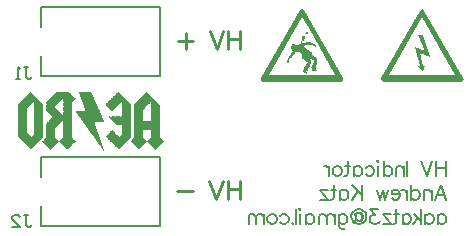
<source format=gbo>
G04*
G04 #@! TF.GenerationSoftware,Altium Limited,Altium Designer,20.0.11 (256)*
G04*
G04 Layer_Color=32896*
%FSLAX25Y25*%
%MOIN*%
G70*
G01*
G75*
%ADD12C,0.01000*%
%ADD13C,0.00700*%
%ADD32C,0.00600*%
%ADD33C,0.00800*%
G36*
X52265Y50527D02*
X52333D01*
Y50458D01*
X52402D01*
Y50389D01*
X52471D01*
Y50321D01*
X52540D01*
Y50252D01*
X52609D01*
Y50183D01*
X52678D01*
Y50114D01*
X52747D01*
Y50045D01*
X52816D01*
Y49976D01*
X52885D01*
Y49907D01*
X52954D01*
Y49838D01*
X53022D01*
Y49769D01*
X53091D01*
Y49700D01*
X53160D01*
Y49632D01*
X53229D01*
Y49563D01*
X53298D01*
Y49494D01*
X53367D01*
Y49425D01*
X53436D01*
Y49356D01*
X53505D01*
Y49287D01*
X53574D01*
Y49218D01*
X53642D01*
Y49149D01*
X53711D01*
Y49081D01*
X53780D01*
Y49012D01*
X53849D01*
Y48943D01*
X53918D01*
Y48874D01*
X53987D01*
Y48805D01*
X54056D01*
Y48736D01*
X54125D01*
Y48667D01*
X54194D01*
Y48598D01*
X54263D01*
Y48529D01*
X54331D01*
Y48460D01*
X54400D01*
Y48392D01*
X54469D01*
Y48323D01*
X54538D01*
Y48254D01*
X54607D01*
Y48185D01*
X54676D01*
Y48116D01*
X54745D01*
Y48047D01*
X54814D01*
Y47978D01*
X54883D01*
Y47909D01*
X54952D01*
Y47840D01*
X55020D01*
Y47771D01*
X55089D01*
Y47703D01*
X55158D01*
Y47634D01*
X55227D01*
Y47565D01*
X55296D01*
Y47496D01*
X55365D01*
Y47427D01*
X55434D01*
Y47358D01*
X55503D01*
Y47289D01*
X55572D01*
Y47220D01*
X55641D01*
Y47151D01*
X55709D01*
Y47082D01*
X55778D01*
Y47014D01*
X55847D01*
Y46945D01*
X55916D01*
Y46876D01*
X55985D01*
Y46807D01*
X56054D01*
Y46738D01*
X56123D01*
Y46669D01*
X56192D01*
Y46600D01*
X56261D01*
Y46531D01*
X56329D01*
Y46463D01*
X56398D01*
Y46394D01*
X56467D01*
Y46325D01*
X56536D01*
Y46256D01*
X56605D01*
Y46187D01*
X56674D01*
Y46118D01*
X56743D01*
Y46049D01*
X56674D01*
Y45980D01*
Y45911D01*
Y45842D01*
X56743D01*
Y45774D01*
X56674D01*
Y45705D01*
Y45636D01*
Y45567D01*
X56743D01*
Y45498D01*
X56674D01*
Y45429D01*
Y45360D01*
Y45291D01*
X56743D01*
Y45222D01*
X56674D01*
Y45153D01*
Y45085D01*
Y45016D01*
X56743D01*
Y44947D01*
X56674D01*
Y44878D01*
Y44809D01*
Y44740D01*
X56743D01*
Y44671D01*
X56674D01*
Y44602D01*
Y44533D01*
Y44464D01*
X56743D01*
Y44396D01*
X56674D01*
Y44327D01*
Y44258D01*
Y44189D01*
X56743D01*
Y44120D01*
X56674D01*
Y44051D01*
Y43982D01*
Y43913D01*
X56743D01*
Y43845D01*
X56674D01*
Y43776D01*
Y43707D01*
Y43638D01*
X56743D01*
Y43569D01*
X56674D01*
Y43500D01*
Y43431D01*
Y43362D01*
X56743D01*
Y43293D01*
X56674D01*
Y43224D01*
Y43156D01*
Y43087D01*
X56743D01*
Y43018D01*
X56674D01*
Y42949D01*
Y42880D01*
Y42811D01*
X56743D01*
Y42742D01*
X56674D01*
Y42673D01*
Y42604D01*
Y42535D01*
X56743D01*
Y42467D01*
X56674D01*
Y42398D01*
Y42329D01*
Y42260D01*
X56743D01*
Y42191D01*
X56674D01*
Y42122D01*
Y42053D01*
Y41984D01*
X56743D01*
Y41915D01*
X56674D01*
Y41846D01*
Y41778D01*
Y41709D01*
X56743D01*
Y41640D01*
X56674D01*
Y41571D01*
Y41502D01*
Y41433D01*
X56743D01*
Y41364D01*
X56674D01*
Y41295D01*
Y41227D01*
Y41158D01*
X56743D01*
Y41089D01*
X56674D01*
Y41020D01*
Y40951D01*
Y40882D01*
X56743D01*
Y40813D01*
X56674D01*
Y40744D01*
Y40675D01*
Y40606D01*
X56743D01*
Y40538D01*
X56674D01*
Y40469D01*
Y40400D01*
Y40331D01*
X56743D01*
Y40262D01*
X56674D01*
Y40193D01*
Y40124D01*
Y40055D01*
X56743D01*
Y39986D01*
X56674D01*
Y39917D01*
Y39849D01*
Y39780D01*
X56743D01*
Y39711D01*
X56674D01*
Y39642D01*
Y39573D01*
Y39504D01*
X56743D01*
Y39435D01*
X56674D01*
Y39366D01*
Y39297D01*
Y39228D01*
X56743D01*
Y39160D01*
X56674D01*
Y39091D01*
Y39022D01*
Y38953D01*
X56743D01*
Y38884D01*
X56674D01*
Y38815D01*
Y38746D01*
Y38677D01*
X56743D01*
Y38609D01*
X56674D01*
Y38540D01*
Y38471D01*
Y38402D01*
X56743D01*
Y38333D01*
X56674D01*
Y38264D01*
Y38195D01*
Y38126D01*
X56743D01*
Y38057D01*
X56674D01*
Y37988D01*
Y37920D01*
Y37851D01*
X56743D01*
Y37782D01*
X56674D01*
Y37713D01*
Y37644D01*
Y37575D01*
X56743D01*
Y37506D01*
X56674D01*
Y37437D01*
Y37368D01*
Y37299D01*
X56743D01*
Y37231D01*
X56674D01*
Y37162D01*
Y37093D01*
Y37024D01*
X56743D01*
Y36955D01*
X56674D01*
Y36886D01*
Y36817D01*
Y36748D01*
X56743D01*
Y36679D01*
X56674D01*
Y36610D01*
Y36542D01*
Y36473D01*
X56743D01*
Y36404D01*
X56674D01*
Y36335D01*
Y36266D01*
Y36197D01*
X56743D01*
Y36128D01*
X56674D01*
Y36059D01*
Y35991D01*
Y35922D01*
X56743D01*
Y35853D01*
X56674D01*
Y35784D01*
Y35715D01*
Y35646D01*
X56743D01*
Y35577D01*
X56674D01*
Y35508D01*
Y35439D01*
Y35370D01*
X56743D01*
Y35302D01*
X56674D01*
Y35233D01*
X56743D01*
Y35164D01*
X56812D01*
Y35095D01*
X56881D01*
Y35026D01*
X56950D01*
Y34957D01*
X57018D01*
Y34888D01*
X57087D01*
Y34819D01*
X57156D01*
Y34750D01*
X57225D01*
Y34681D01*
X57294D01*
Y34613D01*
X57363D01*
Y34544D01*
X57432D01*
Y34475D01*
X57501D01*
Y34406D01*
X57569D01*
Y34337D01*
X57638D01*
Y34268D01*
X57707D01*
Y34199D01*
X57776D01*
Y34130D01*
X57845D01*
Y34061D01*
X57914D01*
Y33992D01*
X57845D01*
Y33924D01*
X57776D01*
Y33855D01*
X57707D01*
Y33786D01*
X57638D01*
Y33717D01*
X57569D01*
Y33648D01*
X57501D01*
Y33579D01*
X57432D01*
Y33510D01*
X57363D01*
Y33441D01*
X57294D01*
Y33372D01*
X57225D01*
Y33304D01*
X57156D01*
Y33235D01*
X57087D01*
Y33166D01*
X57018D01*
Y33097D01*
X56950D01*
Y33028D01*
X56881D01*
Y32959D01*
X56812D01*
Y32890D01*
X56743D01*
Y32821D01*
X56674D01*
Y32752D01*
X56605D01*
Y32684D01*
X56536D01*
Y32615D01*
X56467D01*
Y32546D01*
X56398D01*
Y32477D01*
X56329D01*
Y32408D01*
X56261D01*
Y32339D01*
X56192D01*
Y32270D01*
X56123D01*
Y32201D01*
X56054D01*
Y32132D01*
X55985D01*
Y32063D01*
X55916D01*
Y31995D01*
X55847D01*
Y31926D01*
X55778D01*
Y31857D01*
X55709D01*
Y31788D01*
X55641D01*
Y31719D01*
X55572D01*
Y31650D01*
X55503D01*
Y31581D01*
X55434D01*
Y31512D01*
X55365D01*
Y31443D01*
X55296D01*
Y31374D01*
X55227D01*
Y31306D01*
X55158D01*
Y31374D01*
X55089D01*
Y31443D01*
X55020D01*
Y31512D01*
X54952D01*
Y31581D01*
X54883D01*
Y31650D01*
X54814D01*
Y31719D01*
X54745D01*
Y31788D01*
X54676D01*
Y31857D01*
X54607D01*
Y31926D01*
X54538D01*
Y31995D01*
X54469D01*
Y32063D01*
X54400D01*
Y32132D01*
X54331D01*
Y32201D01*
X54263D01*
Y32270D01*
X54194D01*
Y32339D01*
X54125D01*
Y32408D01*
X54056D01*
Y32477D01*
X53987D01*
Y32546D01*
X53918D01*
Y32615D01*
X53849D01*
Y32684D01*
X53780D01*
Y32752D01*
X53711D01*
Y32821D01*
X53642D01*
Y32890D01*
X53574D01*
Y32959D01*
X53505D01*
Y33028D01*
X53436D01*
Y33097D01*
X53367D01*
Y33166D01*
X53298D01*
Y33235D01*
X53229D01*
Y33304D01*
X53160D01*
Y33372D01*
X53091D01*
Y33441D01*
X53022D01*
Y33510D01*
X52954D01*
Y33579D01*
X52885D01*
Y33648D01*
X52816D01*
Y33717D01*
X52747D01*
Y33786D01*
X52678D01*
Y33855D01*
X52609D01*
Y33924D01*
X52540D01*
Y33992D01*
X52471D01*
Y34061D01*
X52540D01*
Y34130D01*
X52609D01*
Y34199D01*
X52678D01*
Y34268D01*
X52747D01*
Y34337D01*
X52816D01*
Y34406D01*
X52885D01*
Y34475D01*
X52954D01*
Y34544D01*
X53022D01*
Y34613D01*
X53091D01*
Y34681D01*
X53160D01*
Y34750D01*
X53229D01*
Y34819D01*
X53298D01*
Y34888D01*
X53367D01*
Y34957D01*
X53436D01*
Y35026D01*
X53505D01*
Y35095D01*
X53574D01*
Y35164D01*
X53642D01*
Y35233D01*
X53711D01*
Y35302D01*
X53642D01*
Y35370D01*
X53711D01*
Y35439D01*
Y35508D01*
Y35577D01*
X53642D01*
Y35646D01*
X53711D01*
Y35715D01*
Y35784D01*
Y35853D01*
X53642D01*
Y35922D01*
X53711D01*
Y35991D01*
Y36059D01*
Y36128D01*
X53642D01*
Y36197D01*
X53711D01*
Y36266D01*
Y36335D01*
Y36404D01*
X53642D01*
Y36473D01*
X53711D01*
Y36542D01*
Y36610D01*
Y36679D01*
X53642D01*
Y36748D01*
X53711D01*
Y36817D01*
Y36886D01*
Y36955D01*
X53642D01*
Y37024D01*
X53711D01*
Y37093D01*
Y37162D01*
Y37231D01*
X53642D01*
Y37299D01*
X53711D01*
Y37368D01*
Y37437D01*
Y37506D01*
X53642D01*
Y37575D01*
X53711D01*
Y37644D01*
X53642D01*
Y37713D01*
X51093D01*
Y37644D01*
X51162D01*
Y37575D01*
X51093D01*
Y37506D01*
X51162D01*
Y37437D01*
X51093D01*
Y37368D01*
X51162D01*
Y37299D01*
X51093D01*
Y37231D01*
X51162D01*
Y37162D01*
X51093D01*
Y37093D01*
X51162D01*
Y37024D01*
X51093D01*
Y36955D01*
X51162D01*
Y36886D01*
X51093D01*
Y36817D01*
X51162D01*
Y36748D01*
X51093D01*
Y36679D01*
X51162D01*
Y36610D01*
X51093D01*
Y36542D01*
X51162D01*
Y36473D01*
X51093D01*
Y36404D01*
X51162D01*
Y36335D01*
X51093D01*
Y36266D01*
X51162D01*
Y36197D01*
X51093D01*
Y36128D01*
X51162D01*
Y36059D01*
X51093D01*
Y35991D01*
X51162D01*
Y35922D01*
X51093D01*
Y35853D01*
X51162D01*
Y35784D01*
X51093D01*
Y35715D01*
X51162D01*
Y35646D01*
X51093D01*
Y35577D01*
X51162D01*
Y35508D01*
X51093D01*
Y35439D01*
X51162D01*
Y35370D01*
X51093D01*
Y35302D01*
X51162D01*
Y35233D01*
Y35164D01*
X51300D01*
Y35095D01*
Y35026D01*
X51438D01*
Y34957D01*
Y34888D01*
X51576D01*
Y34819D01*
Y34750D01*
X51714D01*
Y34681D01*
X51645D01*
Y34613D01*
X51851D01*
Y34544D01*
Y34475D01*
X51989D01*
Y34406D01*
X51920D01*
Y34337D01*
X52127D01*
Y34268D01*
Y34199D01*
X52265D01*
Y34130D01*
X52196D01*
Y34061D01*
X52402D01*
Y33992D01*
X52196D01*
Y33924D01*
X52265D01*
Y33855D01*
X52058D01*
Y33786D01*
X52127D01*
Y33717D01*
X51920D01*
Y33648D01*
X51989D01*
Y33579D01*
X51782D01*
Y33510D01*
X51851D01*
Y33441D01*
X51645D01*
Y33372D01*
X51714D01*
Y33304D01*
X51507D01*
Y33235D01*
X51576D01*
Y33166D01*
X51369D01*
Y33097D01*
X51438D01*
Y33028D01*
X51231D01*
Y32959D01*
X51300D01*
Y32890D01*
X51231D01*
Y32821D01*
X51162D01*
Y32752D01*
X51093D01*
Y32684D01*
X51025D01*
Y32752D01*
X50956D01*
Y32684D01*
X51025D01*
Y32615D01*
X50956D01*
Y32546D01*
X50887D01*
Y32477D01*
X50818D01*
Y32408D01*
X50749D01*
Y32477D01*
X50680D01*
Y32408D01*
X50749D01*
Y32339D01*
X50680D01*
Y32270D01*
X50611D01*
Y32201D01*
X50542D01*
Y32132D01*
X50473D01*
Y32201D01*
X50405D01*
Y32132D01*
X50473D01*
Y32063D01*
X50405D01*
Y31995D01*
X50336D01*
Y31926D01*
X50267D01*
Y31857D01*
X50198D01*
Y31926D01*
X50129D01*
Y31857D01*
X50198D01*
Y31788D01*
X50129D01*
Y31719D01*
X50060D01*
Y31650D01*
X49991D01*
Y31581D01*
X49922D01*
Y31512D01*
X49853D01*
Y31443D01*
X49784D01*
Y31374D01*
X49716D01*
Y31306D01*
X49647D01*
Y31374D01*
X49578D01*
Y31443D01*
X49509D01*
Y31512D01*
X49440D01*
Y31581D01*
X49371D01*
Y31650D01*
X49302D01*
Y31719D01*
X49233D01*
Y31788D01*
X49164D01*
Y31857D01*
X49095D01*
Y31926D01*
X49027D01*
Y31995D01*
X48958D01*
Y32063D01*
X48889D01*
Y32132D01*
X48820D01*
Y32201D01*
X48751D01*
Y32270D01*
X48682D01*
Y32339D01*
X48613D01*
Y32408D01*
X48544D01*
Y32477D01*
X48475D01*
Y32546D01*
X48406D01*
Y32615D01*
X48338D01*
Y32684D01*
X48269D01*
Y32752D01*
X48200D01*
Y32821D01*
X48131D01*
Y32890D01*
X48062D01*
Y32959D01*
X47993D01*
Y33028D01*
X47924D01*
Y33097D01*
X47855D01*
Y33166D01*
X47787D01*
Y33235D01*
X47718D01*
Y33304D01*
X47649D01*
Y33372D01*
X47580D01*
Y33441D01*
X47511D01*
Y33510D01*
X47442D01*
Y33579D01*
X47373D01*
Y33648D01*
X47304D01*
Y33717D01*
X47235D01*
Y33786D01*
X47166D01*
Y33855D01*
X47098D01*
Y33924D01*
X47029D01*
Y33992D01*
X46960D01*
Y34061D01*
X47029D01*
Y34130D01*
X47098D01*
Y34199D01*
X47166D01*
Y34268D01*
X47235D01*
Y34337D01*
X47304D01*
Y34406D01*
X47373D01*
Y34475D01*
X47442D01*
Y34544D01*
X47511D01*
Y34613D01*
X47580D01*
Y34681D01*
X47511D01*
Y34750D01*
X47718D01*
Y34819D01*
X47649D01*
Y34888D01*
X47855D01*
Y34957D01*
X47787D01*
Y35026D01*
X47924D01*
Y35095D01*
Y35164D01*
X48062D01*
Y35233D01*
Y35302D01*
X48131D01*
Y35370D01*
X48062D01*
Y35439D01*
X48131D01*
Y35508D01*
X48062D01*
Y35577D01*
X48131D01*
Y35646D01*
X48062D01*
Y35715D01*
X48131D01*
Y35784D01*
X48062D01*
Y35853D01*
X48131D01*
Y35922D01*
X48062D01*
Y35991D01*
X48131D01*
Y36059D01*
X48062D01*
Y36128D01*
X48131D01*
Y36197D01*
X48062D01*
Y36266D01*
X48131D01*
Y36335D01*
X48062D01*
Y36404D01*
X48131D01*
Y36473D01*
X48062D01*
Y36542D01*
X48131D01*
Y36610D01*
X48062D01*
Y36679D01*
X48131D01*
Y36748D01*
X48062D01*
Y36817D01*
X48131D01*
Y36886D01*
X48062D01*
Y36955D01*
X48131D01*
Y37024D01*
X48062D01*
Y37093D01*
X48131D01*
Y37162D01*
X48062D01*
Y37231D01*
X48131D01*
Y37299D01*
X48062D01*
Y37368D01*
X48131D01*
Y37437D01*
X48062D01*
Y37506D01*
X48131D01*
Y37575D01*
X48062D01*
Y37644D01*
X48131D01*
Y37713D01*
X48062D01*
Y37782D01*
X48131D01*
Y37851D01*
X48062D01*
Y37920D01*
X48131D01*
Y37988D01*
X48062D01*
Y38057D01*
X48131D01*
Y38126D01*
X48062D01*
Y38195D01*
X48131D01*
Y38264D01*
X48062D01*
Y38333D01*
X48131D01*
Y38402D01*
X48062D01*
Y38471D01*
X48131D01*
Y38540D01*
X48062D01*
Y38609D01*
X48131D01*
Y38677D01*
X48062D01*
Y38746D01*
X48131D01*
Y38815D01*
X48062D01*
Y38884D01*
X48131D01*
Y38953D01*
X48062D01*
Y39022D01*
X48131D01*
Y39091D01*
X48062D01*
Y39160D01*
X48131D01*
Y39228D01*
X48062D01*
Y39297D01*
X48131D01*
Y39366D01*
X48062D01*
Y39435D01*
X48131D01*
Y39504D01*
X48062D01*
Y39573D01*
X48131D01*
Y39642D01*
X48062D01*
Y39711D01*
X48131D01*
Y39780D01*
X48062D01*
Y39849D01*
X48131D01*
Y39917D01*
X48062D01*
Y39986D01*
X48131D01*
Y40055D01*
X48062D01*
Y40124D01*
X48131D01*
Y40193D01*
X48062D01*
Y40262D01*
X48131D01*
Y40331D01*
X48062D01*
Y40400D01*
X48131D01*
Y40469D01*
X48062D01*
Y40538D01*
X48131D01*
Y40606D01*
X48062D01*
Y40675D01*
X48131D01*
Y40744D01*
X48062D01*
Y40813D01*
X48131D01*
Y40882D01*
X48062D01*
Y40951D01*
X48131D01*
Y41020D01*
X48062D01*
Y41089D01*
X48131D01*
Y41158D01*
X48062D01*
Y41227D01*
X48131D01*
Y41295D01*
X48062D01*
Y41364D01*
X48131D01*
Y41433D01*
X48062D01*
Y41502D01*
X48131D01*
Y41571D01*
X48062D01*
Y41640D01*
X48131D01*
Y41709D01*
X48062D01*
Y41778D01*
X48131D01*
Y41846D01*
X48062D01*
Y41915D01*
X48131D01*
Y41984D01*
X48062D01*
Y42053D01*
X48131D01*
Y42122D01*
X48062D01*
Y42191D01*
X48131D01*
Y42260D01*
X48062D01*
Y42329D01*
X48131D01*
Y42398D01*
X48062D01*
Y42467D01*
X48131D01*
Y42535D01*
X48062D01*
Y42604D01*
X48131D01*
Y42673D01*
X48062D01*
Y42742D01*
X48131D01*
Y42811D01*
X48062D01*
Y42880D01*
X48131D01*
Y42949D01*
X48062D01*
Y43018D01*
X48131D01*
Y43087D01*
X48062D01*
Y43156D01*
X48131D01*
Y43224D01*
X48062D01*
Y43293D01*
X48131D01*
Y43362D01*
X48062D01*
Y43431D01*
X48131D01*
Y43500D01*
X48062D01*
Y43569D01*
X48131D01*
Y43638D01*
X48062D01*
Y43707D01*
X48131D01*
Y43776D01*
X48062D01*
Y43845D01*
X48131D01*
Y43913D01*
X48062D01*
Y43982D01*
X48131D01*
Y44051D01*
X48062D01*
Y44120D01*
X48131D01*
Y44189D01*
X48062D01*
Y44258D01*
X48131D01*
Y44327D01*
X48062D01*
Y44396D01*
X48131D01*
Y44464D01*
X48062D01*
Y44533D01*
X48131D01*
Y44602D01*
X48062D01*
Y44671D01*
X48131D01*
Y44740D01*
X48062D01*
Y44809D01*
X48131D01*
Y44878D01*
X48062D01*
Y44947D01*
X48131D01*
Y45016D01*
X48062D01*
Y45085D01*
X48131D01*
Y45153D01*
X48062D01*
Y45222D01*
X48131D01*
Y45291D01*
X48062D01*
Y45360D01*
X48131D01*
Y45429D01*
X48062D01*
Y45498D01*
X48131D01*
Y45567D01*
X48062D01*
Y45636D01*
X48131D01*
Y45705D01*
X48062D01*
Y45774D01*
X48131D01*
Y45842D01*
X48062D01*
Y45911D01*
X48131D01*
Y45980D01*
X48062D01*
Y46049D01*
X48131D01*
Y46118D01*
X48062D01*
Y46187D01*
X48131D01*
Y46256D01*
X48062D01*
Y46325D01*
X48131D01*
Y46394D01*
X48062D01*
Y46463D01*
X48131D01*
Y46531D01*
X48200D01*
Y46600D01*
X48269D01*
Y46669D01*
X48338D01*
Y46738D01*
X48406D01*
Y46807D01*
X48475D01*
Y46876D01*
X48544D01*
Y46945D01*
X48613D01*
Y47014D01*
X48682D01*
Y47082D01*
X48751D01*
Y47151D01*
X48820D01*
Y47220D01*
X48889D01*
Y47289D01*
X48958D01*
Y47358D01*
X49027D01*
Y47289D01*
X49095D01*
Y47358D01*
X49027D01*
Y47427D01*
X49095D01*
Y47496D01*
X49164D01*
Y47565D01*
X49233D01*
Y47634D01*
X49302D01*
Y47703D01*
X49371D01*
Y47771D01*
X49440D01*
Y47840D01*
X49509D01*
Y47909D01*
X49578D01*
Y47840D01*
X49647D01*
Y47909D01*
X49578D01*
Y47978D01*
X49647D01*
Y48047D01*
X49716D01*
Y48116D01*
X49784D01*
Y48185D01*
X49853D01*
Y48254D01*
X49922D01*
Y48323D01*
X49991D01*
Y48392D01*
X50060D01*
Y48460D01*
X50129D01*
Y48529D01*
X50198D01*
Y48598D01*
X50267D01*
Y48667D01*
X50336D01*
Y48736D01*
X50405D01*
Y48805D01*
X50473D01*
Y48874D01*
X50542D01*
Y48943D01*
X50611D01*
Y49012D01*
X50680D01*
Y48943D01*
X50749D01*
Y49012D01*
X50680D01*
Y49081D01*
X50749D01*
Y49149D01*
X50818D01*
Y49218D01*
X50887D01*
Y49287D01*
X50956D01*
Y49356D01*
X51025D01*
Y49425D01*
X51093D01*
Y49494D01*
X51162D01*
Y49563D01*
X51231D01*
Y49494D01*
X51300D01*
Y49563D01*
X51231D01*
Y49632D01*
X51300D01*
Y49700D01*
X51369D01*
Y49769D01*
X51438D01*
Y49838D01*
X51507D01*
Y49907D01*
X51576D01*
Y49976D01*
X51645D01*
Y50045D01*
X51714D01*
Y50114D01*
X51782D01*
Y50183D01*
X51851D01*
Y50252D01*
X51920D01*
Y50321D01*
X51989D01*
Y50389D01*
X52058D01*
Y50458D01*
X52127D01*
Y50527D01*
X52196D01*
Y50596D01*
X52265D01*
Y50527D01*
D02*
G37*
G36*
X33801D02*
Y50458D01*
Y50389D01*
X33870D01*
Y50321D01*
X33939D01*
Y50252D01*
Y50183D01*
Y50114D01*
X34007D01*
Y50045D01*
X34076D01*
Y49976D01*
X34007D01*
Y49907D01*
X34076D01*
Y49838D01*
X34145D01*
Y49769D01*
X34214D01*
Y49700D01*
X34145D01*
Y49632D01*
X34214D01*
Y49563D01*
X34283D01*
Y49494D01*
Y49425D01*
Y49356D01*
X34352D01*
Y49287D01*
Y49218D01*
X34421D01*
Y49149D01*
Y49081D01*
X34490D01*
Y49012D01*
X34421D01*
Y48943D01*
X34490D01*
Y48874D01*
X34559D01*
Y48805D01*
X34628D01*
Y48736D01*
X34559D01*
Y48667D01*
X34628D01*
Y48598D01*
X34696D01*
Y48529D01*
Y48460D01*
Y48392D01*
X34765D01*
Y48323D01*
Y48254D01*
X34834D01*
Y48185D01*
Y48116D01*
X34903D01*
Y48047D01*
X34834D01*
Y47978D01*
X34903D01*
Y47909D01*
X34972D01*
Y47840D01*
X35041D01*
Y47771D01*
X34972D01*
Y47703D01*
X35041D01*
Y47634D01*
X35110D01*
Y47565D01*
Y47496D01*
Y47427D01*
X35179D01*
Y47358D01*
Y47289D01*
X35317D01*
Y47220D01*
X35248D01*
Y47151D01*
X35317D01*
Y47082D01*
Y47014D01*
Y46945D01*
X35385D01*
Y46876D01*
X35454D01*
Y46807D01*
X35385D01*
Y46738D01*
X35454D01*
Y46669D01*
X35523D01*
Y46600D01*
X35592D01*
Y46531D01*
X35523D01*
Y46463D01*
X35592D01*
Y46394D01*
X35661D01*
Y46325D01*
Y46256D01*
Y46187D01*
X35730D01*
Y46118D01*
X35799D01*
Y46049D01*
Y45980D01*
Y45911D01*
X35868D01*
Y45842D01*
Y45774D01*
Y45705D01*
X35936D01*
Y45636D01*
X36005D01*
Y45567D01*
X35936D01*
Y45498D01*
X36005D01*
Y45429D01*
X36074D01*
Y45360D01*
X36143D01*
Y45291D01*
X36074D01*
Y45222D01*
X36143D01*
Y45153D01*
X36212D01*
Y45085D01*
Y45016D01*
Y44947D01*
X36281D01*
Y44878D01*
Y44809D01*
X36350D01*
Y44740D01*
Y44671D01*
X36419D01*
Y44602D01*
X36350D01*
Y44533D01*
X36419D01*
Y44464D01*
X36488D01*
Y44396D01*
X36557D01*
Y44327D01*
X36488D01*
Y44258D01*
X36557D01*
Y44189D01*
X36625D01*
Y44120D01*
Y44051D01*
Y43982D01*
X36694D01*
Y43913D01*
Y43845D01*
X36763D01*
Y43776D01*
Y43707D01*
X36832D01*
Y43638D01*
X36763D01*
Y43569D01*
X36832D01*
Y43500D01*
X36901D01*
Y43431D01*
X36970D01*
Y43362D01*
Y43293D01*
Y43224D01*
X37039D01*
Y43156D01*
X37108D01*
Y43087D01*
X37039D01*
Y43018D01*
X37108D01*
Y42949D01*
X37177D01*
Y42880D01*
X37246D01*
Y42811D01*
X37177D01*
Y42742D01*
X37246D01*
Y42673D01*
Y42604D01*
X37314D01*
Y42535D01*
Y42467D01*
X37383D01*
Y42398D01*
Y42329D01*
Y42260D01*
X37452D01*
Y42191D01*
X37521D01*
Y42122D01*
X37452D01*
Y42053D01*
X37521D01*
Y41984D01*
X37590D01*
Y41915D01*
X37659D01*
Y41846D01*
X37590D01*
Y41778D01*
X37659D01*
Y41709D01*
X37728D01*
Y41640D01*
Y41571D01*
Y41502D01*
X37797D01*
Y41433D01*
Y41364D01*
Y41295D01*
X37866D01*
Y41227D01*
X37934D01*
Y41158D01*
X37866D01*
Y41089D01*
X37934D01*
Y41020D01*
X38003D01*
Y40951D01*
X38072D01*
Y40882D01*
X38003D01*
Y40813D01*
X38072D01*
Y40744D01*
X38141D01*
Y40675D01*
Y40606D01*
Y40538D01*
X38210D01*
Y40469D01*
X38141D01*
Y40400D01*
X38072D01*
Y40469D01*
X38003D01*
Y40400D01*
X37797D01*
Y40469D01*
X37728D01*
Y40400D01*
X37521D01*
Y40469D01*
X37452D01*
Y40400D01*
X37246D01*
Y40469D01*
X37177D01*
Y40400D01*
X36970D01*
Y40469D01*
X36901D01*
Y40400D01*
X36694D01*
Y40469D01*
X36625D01*
Y40400D01*
X36419D01*
Y40469D01*
X36350D01*
Y40400D01*
X36143D01*
Y40469D01*
X36074D01*
Y40400D01*
X35868D01*
Y40469D01*
X35799D01*
Y40400D01*
X35592D01*
Y40469D01*
X35523D01*
Y40400D01*
X35317D01*
Y40469D01*
X35248D01*
Y40400D01*
X35041D01*
Y40469D01*
X34972D01*
Y40400D01*
X34903D01*
Y40331D01*
X34834D01*
Y40262D01*
X34903D01*
Y40193D01*
Y40124D01*
X34972D01*
Y40055D01*
Y39986D01*
X35041D01*
Y39917D01*
X34972D01*
Y39849D01*
X35041D01*
Y39780D01*
Y39711D01*
Y39642D01*
X35110D01*
Y39573D01*
X35179D01*
Y39504D01*
X35110D01*
Y39435D01*
X35179D01*
Y39366D01*
Y39297D01*
X35248D01*
Y39228D01*
Y39160D01*
X35317D01*
Y39091D01*
X35248D01*
Y39022D01*
X35317D01*
Y38953D01*
Y38884D01*
X35385D01*
Y38815D01*
Y38746D01*
X35454D01*
Y38677D01*
X35385D01*
Y38609D01*
X35454D01*
Y38540D01*
X35523D01*
Y38471D01*
X35592D01*
Y38402D01*
X35523D01*
Y38333D01*
X35592D01*
Y38264D01*
X35523D01*
Y38195D01*
X35592D01*
Y38126D01*
X35661D01*
Y38057D01*
Y37988D01*
Y37920D01*
X35730D01*
Y37851D01*
X35661D01*
Y37782D01*
X35730D01*
Y37713D01*
X35799D01*
Y37644D01*
X35868D01*
Y37575D01*
X35799D01*
Y37506D01*
X35868D01*
Y37437D01*
X35799D01*
Y37368D01*
X35868D01*
Y37299D01*
X35936D01*
Y37231D01*
X36005D01*
Y37162D01*
X35936D01*
Y37093D01*
X36005D01*
Y37024D01*
Y36955D01*
Y36886D01*
X36074D01*
Y36817D01*
X36143D01*
Y36748D01*
X36074D01*
Y36679D01*
X36143D01*
Y36610D01*
Y36542D01*
Y36473D01*
X36212D01*
Y36404D01*
X36281D01*
Y36335D01*
X36212D01*
Y36266D01*
X36281D01*
Y36197D01*
X36350D01*
Y36128D01*
X36281D01*
Y36059D01*
X36350D01*
Y35991D01*
X36419D01*
Y35922D01*
X36350D01*
Y35853D01*
X36419D01*
Y35784D01*
X36488D01*
Y35715D01*
Y35646D01*
Y35577D01*
X36557D01*
Y35508D01*
X36488D01*
Y35439D01*
X36557D01*
Y35370D01*
X36625D01*
Y35302D01*
Y35233D01*
Y35164D01*
X36694D01*
Y35095D01*
Y35026D01*
Y34957D01*
X36763D01*
Y34888D01*
Y34819D01*
Y34750D01*
X36832D01*
Y34681D01*
X36763D01*
Y34613D01*
X36832D01*
Y34544D01*
X36901D01*
Y34475D01*
Y34406D01*
Y34337D01*
X36970D01*
Y34268D01*
Y34199D01*
Y34130D01*
X37039D01*
Y34061D01*
Y33992D01*
Y33924D01*
X37108D01*
Y33855D01*
Y33786D01*
Y33717D01*
X37177D01*
Y33648D01*
X37246D01*
Y33579D01*
X37177D01*
Y33510D01*
X37246D01*
Y33441D01*
Y33372D01*
Y33304D01*
X37314D01*
Y33235D01*
X37383D01*
Y33166D01*
X37314D01*
Y33097D01*
X37383D01*
Y33028D01*
Y32959D01*
X37521D01*
Y32890D01*
X37452D01*
Y32821D01*
X37521D01*
Y32752D01*
X37452D01*
Y32684D01*
X37521D01*
Y32615D01*
Y32546D01*
X37590D01*
Y32477D01*
Y32408D01*
X37659D01*
Y32339D01*
X37590D01*
Y32270D01*
X37659D01*
Y32201D01*
Y32132D01*
X37797D01*
Y32063D01*
X37728D01*
Y31995D01*
X37797D01*
Y31926D01*
X37728D01*
Y31857D01*
X37797D01*
Y31788D01*
X37866D01*
Y31719D01*
Y31650D01*
Y31581D01*
X37934D01*
Y31512D01*
X37866D01*
Y31443D01*
X37934D01*
Y31374D01*
X38003D01*
Y31306D01*
X38072D01*
Y31237D01*
X38003D01*
Y31168D01*
X38072D01*
Y31099D01*
X38003D01*
Y31030D01*
X38072D01*
Y30961D01*
X38141D01*
Y30892D01*
X38210D01*
Y30823D01*
X38141D01*
Y30755D01*
X38072D01*
Y30823D01*
X38003D01*
Y30892D01*
X37934D01*
Y30961D01*
X37866D01*
Y31030D01*
Y31099D01*
X37797D01*
Y31168D01*
Y31237D01*
X37728D01*
Y31306D01*
X37659D01*
Y31374D01*
X37590D01*
Y31443D01*
Y31512D01*
X37452D01*
Y31581D01*
X37521D01*
Y31650D01*
X37452D01*
Y31719D01*
X37383D01*
Y31788D01*
X37314D01*
Y31857D01*
X37246D01*
Y31926D01*
X37177D01*
Y31995D01*
Y32063D01*
X37108D01*
Y32132D01*
Y32201D01*
X37039D01*
Y32270D01*
X36970D01*
Y32339D01*
X36901D01*
Y32408D01*
X36970D01*
Y32477D01*
X36763D01*
Y32546D01*
X36832D01*
Y32615D01*
X36763D01*
Y32684D01*
X36694D01*
Y32752D01*
X36625D01*
Y32821D01*
X36557D01*
Y32890D01*
X36488D01*
Y32959D01*
Y33028D01*
X36419D01*
Y33097D01*
Y33166D01*
X36350D01*
Y33235D01*
X36281D01*
Y33304D01*
X36212D01*
Y33372D01*
X36143D01*
Y33441D01*
X36074D01*
Y33510D01*
X36143D01*
Y33579D01*
X36074D01*
Y33648D01*
X36005D01*
Y33717D01*
X35936D01*
Y33786D01*
X35868D01*
Y33855D01*
X35799D01*
Y33924D01*
X35730D01*
Y33992D01*
Y34061D01*
Y34130D01*
X35661D01*
Y34199D01*
X35592D01*
Y34268D01*
X35523D01*
Y34337D01*
X35454D01*
Y34406D01*
X35385D01*
Y34475D01*
X35454D01*
Y34544D01*
X35385D01*
Y34613D01*
X35317D01*
Y34681D01*
X35248D01*
Y34750D01*
X35179D01*
Y34819D01*
X35110D01*
Y34888D01*
X35041D01*
Y34957D01*
Y35026D01*
Y35095D01*
X34972D01*
Y35164D01*
X34903D01*
Y35233D01*
X34834D01*
Y35302D01*
X34765D01*
Y35370D01*
X34696D01*
Y35439D01*
X34765D01*
Y35508D01*
X34696D01*
Y35577D01*
X34628D01*
Y35646D01*
X34559D01*
Y35715D01*
X34490D01*
Y35784D01*
X34421D01*
Y35853D01*
X34352D01*
Y35922D01*
X34283D01*
Y35991D01*
X34352D01*
Y36059D01*
X34283D01*
Y36128D01*
X34214D01*
Y36197D01*
X34145D01*
Y36266D01*
X34076D01*
Y36335D01*
X34007D01*
Y36404D01*
X34076D01*
Y36473D01*
X33870D01*
Y36542D01*
X33939D01*
Y36610D01*
X33870D01*
Y36679D01*
X33801D01*
Y36748D01*
X33732D01*
Y36817D01*
X33663D01*
Y36886D01*
Y36955D01*
Y37024D01*
X33525D01*
Y37093D01*
Y37162D01*
X33456D01*
Y37231D01*
X33387D01*
Y37299D01*
X33318D01*
Y37368D01*
X33387D01*
Y37437D01*
X33181D01*
Y37506D01*
X33250D01*
Y37575D01*
X33181D01*
Y37644D01*
X33112D01*
Y37713D01*
X33043D01*
Y37782D01*
X32974D01*
Y37851D01*
X32905D01*
Y37920D01*
X32974D01*
Y37988D01*
X32836D01*
Y38057D01*
Y38126D01*
X32767D01*
Y38195D01*
X32699D01*
Y38264D01*
X32630D01*
Y38333D01*
Y38402D01*
X32492D01*
Y38471D01*
X32561D01*
Y38540D01*
X32492D01*
Y38609D01*
X32423D01*
Y38677D01*
X32354D01*
Y38746D01*
X32285D01*
Y38815D01*
X32216D01*
Y38884D01*
Y38953D01*
X32147D01*
Y39022D01*
Y39091D01*
X32078D01*
Y39160D01*
X32010D01*
Y39228D01*
X31941D01*
Y39297D01*
Y39366D01*
X31803D01*
Y39435D01*
X31872D01*
Y39504D01*
X31803D01*
Y39573D01*
X31734D01*
Y39642D01*
X31665D01*
Y39711D01*
X31596D01*
Y39780D01*
X31527D01*
Y39849D01*
Y39917D01*
X31458D01*
Y39986D01*
Y40055D01*
X31389D01*
Y40124D01*
X31321D01*
Y40193D01*
X31252D01*
Y40262D01*
Y40331D01*
X31114D01*
Y40400D01*
X31183D01*
Y40469D01*
X31114D01*
Y40538D01*
X31045D01*
Y40606D01*
X30976D01*
Y40675D01*
X30907D01*
Y40744D01*
X30838D01*
Y40813D01*
Y40882D01*
X30769D01*
Y40951D01*
Y41020D01*
X30700D01*
Y41089D01*
X30632D01*
Y41158D01*
X30563D01*
Y41227D01*
Y41295D01*
X30425D01*
Y41364D01*
X30494D01*
Y41433D01*
X30425D01*
Y41502D01*
X30356D01*
Y41571D01*
X30287D01*
Y41640D01*
X30218D01*
Y41709D01*
X30149D01*
Y41778D01*
Y41846D01*
X30081D01*
Y41915D01*
Y41984D01*
X30012D01*
Y42053D01*
X29943D01*
Y42122D01*
X29874D01*
Y42191D01*
X29805D01*
Y42260D01*
X29736D01*
Y42329D01*
X29805D01*
Y42398D01*
X29736D01*
Y42467D01*
X29667D01*
Y42535D01*
X29598D01*
Y42604D01*
X29529D01*
Y42673D01*
X29460D01*
Y42742D01*
X29392D01*
Y42811D01*
Y42880D01*
Y42949D01*
X29323D01*
Y43018D01*
X29254D01*
Y43087D01*
X29185D01*
Y43156D01*
X29116D01*
Y43224D01*
X29047D01*
Y43293D01*
X29116D01*
Y43362D01*
X28909D01*
Y43431D01*
X28978D01*
Y43500D01*
X28909D01*
Y43569D01*
X28840D01*
Y43638D01*
X28771D01*
Y43707D01*
X28703D01*
Y43776D01*
Y43845D01*
Y43913D01*
X28634D01*
Y43982D01*
X28565D01*
Y44051D01*
X28496D01*
Y44120D01*
X28565D01*
Y44189D01*
X28634D01*
Y44120D01*
X28703D01*
Y44189D01*
X28634D01*
Y44258D01*
X28703D01*
Y44189D01*
X28771D01*
Y44120D01*
X28840D01*
Y44189D01*
X28909D01*
Y44120D01*
X28978D01*
Y44189D01*
X28909D01*
Y44258D01*
X28978D01*
Y44189D01*
X29047D01*
Y44120D01*
X29116D01*
Y44189D01*
X29185D01*
Y44120D01*
X29254D01*
Y44189D01*
X29185D01*
Y44258D01*
X29254D01*
Y44189D01*
X29323D01*
Y44120D01*
X29392D01*
Y44189D01*
X29460D01*
Y44120D01*
X29529D01*
Y44189D01*
X29460D01*
Y44258D01*
X29529D01*
Y44189D01*
X29598D01*
Y44120D01*
X29667D01*
Y44189D01*
X29736D01*
Y44120D01*
X29805D01*
Y44189D01*
X29736D01*
Y44258D01*
X29805D01*
Y44189D01*
X29874D01*
Y44120D01*
X29943D01*
Y44189D01*
X30012D01*
Y44120D01*
X30081D01*
Y44189D01*
X30012D01*
Y44258D01*
X30081D01*
Y44189D01*
X30149D01*
Y44120D01*
X30218D01*
Y44189D01*
X30287D01*
Y44120D01*
X30356D01*
Y44189D01*
X30287D01*
Y44258D01*
X30356D01*
Y44189D01*
X30425D01*
Y44120D01*
X30494D01*
Y44189D01*
X30563D01*
Y44120D01*
X30632D01*
Y44189D01*
X30563D01*
Y44258D01*
X30632D01*
Y44189D01*
X30700D01*
Y44120D01*
X30769D01*
Y44189D01*
X30838D01*
Y44120D01*
X30907D01*
Y44189D01*
X30838D01*
Y44258D01*
X30907D01*
Y44189D01*
X30976D01*
Y44120D01*
X31045D01*
Y44189D01*
X31114D01*
Y44120D01*
X31183D01*
Y44189D01*
X31114D01*
Y44258D01*
X31183D01*
Y44189D01*
X31252D01*
Y44120D01*
X31321D01*
Y44189D01*
X31389D01*
Y44120D01*
X31458D01*
Y44189D01*
X31389D01*
Y44258D01*
X31458D01*
Y44189D01*
X31527D01*
Y44120D01*
X31596D01*
Y44189D01*
X31665D01*
Y44120D01*
X31734D01*
Y44189D01*
X31665D01*
Y44258D01*
X31734D01*
Y44189D01*
X31803D01*
Y44120D01*
X31872D01*
Y44189D01*
X31941D01*
Y44258D01*
X31872D01*
Y44327D01*
X31803D01*
Y44396D01*
X31872D01*
Y44464D01*
X31803D01*
Y44533D01*
Y44602D01*
Y44671D01*
X31734D01*
Y44740D01*
X31665D01*
Y44809D01*
X31734D01*
Y44878D01*
X31665D01*
Y44947D01*
X31596D01*
Y45016D01*
Y45085D01*
Y45153D01*
X31527D01*
Y45222D01*
X31596D01*
Y45291D01*
X31527D01*
Y45360D01*
X31458D01*
Y45429D01*
Y45498D01*
Y45567D01*
X31389D01*
Y45636D01*
X31458D01*
Y45705D01*
X31389D01*
Y45774D01*
X31321D01*
Y45842D01*
Y45911D01*
Y45980D01*
X31252D01*
Y46049D01*
Y46118D01*
Y46187D01*
X31183D01*
Y46256D01*
X31114D01*
Y46325D01*
X31183D01*
Y46394D01*
X31114D01*
Y46463D01*
Y46531D01*
Y46600D01*
X31045D01*
Y46669D01*
X30976D01*
Y46738D01*
X31045D01*
Y46807D01*
X30976D01*
Y46876D01*
X30907D01*
Y46945D01*
X30838D01*
Y47014D01*
X30907D01*
Y47082D01*
X30838D01*
Y47151D01*
Y47220D01*
Y47289D01*
X30769D01*
Y47358D01*
X30700D01*
Y47427D01*
X30769D01*
Y47496D01*
X30700D01*
Y47565D01*
Y47634D01*
X30632D01*
Y47703D01*
Y47771D01*
X30563D01*
Y47840D01*
X30632D01*
Y47909D01*
X30563D01*
Y47978D01*
X30494D01*
Y48047D01*
Y48116D01*
Y48185D01*
X30425D01*
Y48254D01*
X30494D01*
Y48323D01*
X30425D01*
Y48392D01*
X30356D01*
Y48460D01*
Y48529D01*
Y48598D01*
X30287D01*
Y48667D01*
X30356D01*
Y48736D01*
X30287D01*
Y48805D01*
X30218D01*
Y48874D01*
X30149D01*
Y48943D01*
X30218D01*
Y49012D01*
X30149D01*
Y49081D01*
Y49149D01*
Y49218D01*
X30081D01*
Y49287D01*
X30012D01*
Y49356D01*
X30081D01*
Y49425D01*
X30012D01*
Y49494D01*
X29943D01*
Y49563D01*
Y49632D01*
Y49700D01*
X29874D01*
Y49769D01*
X29943D01*
Y49838D01*
X29874D01*
Y49907D01*
X29805D01*
Y49976D01*
X29736D01*
Y50045D01*
X29805D01*
Y50114D01*
X29736D01*
Y50183D01*
Y50252D01*
Y50321D01*
X29667D01*
Y50389D01*
X29598D01*
Y50458D01*
X29667D01*
Y50527D01*
X29598D01*
Y50596D01*
X33801D01*
Y50527D01*
D02*
G37*
G36*
X42826Y50458D02*
X42895D01*
Y50389D01*
X42964D01*
Y50321D01*
X43102D01*
Y50252D01*
Y50183D01*
X43170D01*
Y50114D01*
X43239D01*
Y50045D01*
X43377D01*
Y49976D01*
Y49907D01*
X43446D01*
Y49838D01*
X43515D01*
Y49769D01*
X43653D01*
Y49700D01*
Y49632D01*
X43722D01*
Y49563D01*
X43791D01*
Y49494D01*
X43928D01*
Y49425D01*
Y49356D01*
X43997D01*
Y49287D01*
X44066D01*
Y49218D01*
X44204D01*
Y49149D01*
Y49081D01*
X44273D01*
Y49012D01*
X44342D01*
Y48943D01*
X44480D01*
Y48874D01*
Y48805D01*
X44548D01*
Y48736D01*
X44617D01*
Y48667D01*
X44755D01*
Y48598D01*
Y48529D01*
X44824D01*
Y48460D01*
X44893D01*
Y48392D01*
X45031D01*
Y48323D01*
Y48254D01*
X45100D01*
Y48185D01*
X45169D01*
Y48116D01*
X45306D01*
Y48047D01*
Y47978D01*
X45375D01*
Y47909D01*
X45444D01*
Y47840D01*
X45582D01*
Y47771D01*
Y47703D01*
X45651D01*
Y47634D01*
X45720D01*
Y47565D01*
X45857D01*
Y47496D01*
Y47427D01*
X45926D01*
Y47358D01*
X45995D01*
Y47289D01*
X46133D01*
Y47220D01*
Y47151D01*
X46202D01*
Y47082D01*
X46271D01*
Y47014D01*
X46409D01*
Y46945D01*
Y46876D01*
X46477D01*
Y46807D01*
X46546D01*
Y46738D01*
X46684D01*
Y46669D01*
Y46600D01*
X46753D01*
Y46531D01*
X46822D01*
Y46463D01*
X46891D01*
Y46394D01*
X46960D01*
Y46325D01*
X46891D01*
Y46256D01*
X46960D01*
Y46187D01*
X46891D01*
Y46118D01*
X46960D01*
Y46049D01*
X46891D01*
Y45980D01*
X46960D01*
Y45911D01*
X46891D01*
Y45842D01*
X46960D01*
Y45774D01*
X46891D01*
Y45705D01*
X46960D01*
Y45636D01*
X46891D01*
Y45567D01*
X46960D01*
Y45498D01*
X46891D01*
Y45429D01*
X46960D01*
Y45360D01*
X46891D01*
Y45291D01*
X46960D01*
Y45222D01*
X46891D01*
Y45153D01*
X46960D01*
Y45085D01*
X46891D01*
Y45016D01*
X46960D01*
Y44947D01*
X46891D01*
Y44878D01*
X46960D01*
Y44809D01*
X46891D01*
Y44740D01*
X46960D01*
Y44671D01*
X46891D01*
Y44602D01*
X46960D01*
Y44533D01*
X46891D01*
Y44464D01*
X46960D01*
Y44396D01*
X46891D01*
Y44327D01*
X46960D01*
Y44258D01*
X46891D01*
Y44189D01*
X46960D01*
Y44120D01*
X46891D01*
Y44051D01*
X46960D01*
Y43982D01*
X46891D01*
Y43913D01*
X46960D01*
Y43845D01*
X46891D01*
Y43776D01*
X46960D01*
Y43707D01*
X46891D01*
Y43638D01*
X46960D01*
Y43569D01*
X46891D01*
Y43500D01*
X46960D01*
Y43431D01*
X46891D01*
Y43362D01*
X46960D01*
Y43293D01*
X46891D01*
Y43224D01*
X46960D01*
Y43156D01*
X46891D01*
Y43087D01*
X46960D01*
Y43018D01*
X46891D01*
Y42949D01*
X46960D01*
Y42880D01*
X46891D01*
Y42811D01*
X46960D01*
Y42742D01*
X46891D01*
Y42673D01*
X46960D01*
Y42604D01*
X46891D01*
Y42535D01*
X46960D01*
Y42467D01*
X46891D01*
Y42398D01*
X46960D01*
Y42329D01*
X46891D01*
Y42260D01*
X46960D01*
Y42191D01*
X46891D01*
Y42122D01*
X46960D01*
Y42053D01*
X46891D01*
Y41984D01*
X46960D01*
Y41915D01*
X46891D01*
Y41846D01*
X46960D01*
Y41778D01*
X46891D01*
Y41709D01*
X46960D01*
Y41640D01*
X46891D01*
Y41571D01*
X46960D01*
Y41502D01*
X46891D01*
Y41433D01*
X46960D01*
Y41364D01*
X46891D01*
Y41295D01*
X46960D01*
Y41227D01*
X46891D01*
Y41158D01*
X46960D01*
Y41089D01*
X46891D01*
Y41020D01*
X46960D01*
Y40951D01*
X46891D01*
Y40882D01*
X46960D01*
Y40813D01*
X46891D01*
Y40744D01*
X46960D01*
Y40675D01*
X46891D01*
Y40606D01*
X46960D01*
Y40538D01*
X46891D01*
Y40469D01*
X46960D01*
Y40400D01*
X46891D01*
Y40331D01*
X46960D01*
Y40262D01*
X46891D01*
Y40193D01*
X46960D01*
Y40124D01*
X46891D01*
Y40055D01*
X46960D01*
Y39986D01*
X46891D01*
Y39917D01*
X46960D01*
Y39849D01*
X46891D01*
Y39780D01*
X46960D01*
Y39711D01*
X46891D01*
Y39642D01*
X46960D01*
Y39573D01*
X46891D01*
Y39504D01*
X46960D01*
Y39435D01*
X46891D01*
Y39366D01*
X46960D01*
Y39297D01*
X46891D01*
Y39228D01*
X46960D01*
Y39160D01*
X46891D01*
Y39091D01*
X46960D01*
Y39022D01*
X46891D01*
Y38953D01*
X46960D01*
Y38884D01*
X46891D01*
Y38815D01*
X46960D01*
Y38746D01*
X46891D01*
Y38677D01*
X46960D01*
Y38609D01*
X46891D01*
Y38540D01*
X46960D01*
Y38471D01*
X46891D01*
Y38402D01*
X46960D01*
Y38333D01*
X46891D01*
Y38264D01*
X46960D01*
Y38195D01*
X46891D01*
Y38126D01*
X46960D01*
Y38057D01*
X46891D01*
Y37988D01*
X46960D01*
Y37920D01*
X46891D01*
Y37851D01*
X46960D01*
Y37782D01*
X46891D01*
Y37713D01*
X46960D01*
Y37644D01*
X46891D01*
Y37575D01*
X46960D01*
Y37506D01*
X46891D01*
Y37437D01*
X46960D01*
Y37368D01*
X46891D01*
Y37299D01*
X46960D01*
Y37231D01*
X46891D01*
Y37162D01*
X46960D01*
Y37093D01*
X46891D01*
Y37024D01*
X46960D01*
Y36955D01*
X46891D01*
Y36886D01*
X46960D01*
Y36817D01*
X46891D01*
Y36748D01*
X46960D01*
Y36679D01*
X46891D01*
Y36610D01*
X46960D01*
Y36542D01*
X46891D01*
Y36473D01*
X46960D01*
Y36404D01*
X46891D01*
Y36335D01*
X46960D01*
Y36266D01*
X46891D01*
Y36197D01*
X46960D01*
Y36128D01*
X46891D01*
Y36059D01*
X46960D01*
Y35991D01*
X46891D01*
Y35922D01*
X46960D01*
Y35853D01*
X46891D01*
Y35784D01*
X46960D01*
Y35715D01*
X46891D01*
Y35646D01*
X46960D01*
Y35577D01*
X46891D01*
Y35508D01*
X46960D01*
Y35439D01*
X46891D01*
Y35370D01*
X46960D01*
Y35302D01*
X46891D01*
Y35233D01*
X46822D01*
Y35164D01*
X46891D01*
Y35095D01*
X46684D01*
Y35026D01*
X46753D01*
Y34957D01*
X46546D01*
Y34888D01*
X46615D01*
Y34819D01*
X46409D01*
Y34750D01*
X46477D01*
Y34681D01*
X46271D01*
Y34613D01*
X46340D01*
Y34544D01*
X46133D01*
Y34475D01*
X46202D01*
Y34406D01*
X45995D01*
Y34337D01*
X46064D01*
Y34268D01*
X45857D01*
Y34199D01*
X45926D01*
Y34130D01*
X45720D01*
Y34061D01*
X45788D01*
Y33992D01*
X45582D01*
Y33924D01*
X45651D01*
Y33855D01*
X45444D01*
Y33786D01*
X45513D01*
Y33717D01*
X45306D01*
Y33648D01*
X45375D01*
Y33579D01*
X45169D01*
Y33510D01*
X45237D01*
Y33441D01*
X45031D01*
Y33372D01*
X45100D01*
Y33304D01*
X44893D01*
Y33235D01*
X44962D01*
Y33166D01*
X44755D01*
Y33097D01*
X44824D01*
Y33028D01*
X44617D01*
Y32959D01*
X44686D01*
Y32890D01*
X44480D01*
Y32821D01*
X44548D01*
Y32752D01*
X44342D01*
Y32684D01*
X44411D01*
Y32615D01*
X44204D01*
Y32546D01*
X44273D01*
Y32477D01*
X44066D01*
Y32408D01*
X44135D01*
Y32339D01*
X43928D01*
Y32270D01*
X43997D01*
Y32201D01*
X43791D01*
Y32132D01*
X43859D01*
Y32063D01*
X43791D01*
Y31995D01*
X43722D01*
Y31926D01*
X43653D01*
Y31857D01*
X43584D01*
Y31926D01*
X43515D01*
Y31857D01*
X43584D01*
Y31788D01*
X43515D01*
Y31719D01*
X43446D01*
Y31650D01*
X43377D01*
Y31581D01*
X43308D01*
Y31650D01*
X43239D01*
Y31581D01*
X43308D01*
Y31512D01*
X43239D01*
Y31443D01*
X43170D01*
Y31374D01*
X43102D01*
Y31306D01*
X43033D01*
Y31374D01*
X42964D01*
Y31443D01*
X42895D01*
Y31512D01*
X42826D01*
Y31581D01*
X42757D01*
Y31650D01*
X42688D01*
Y31719D01*
X42619D01*
Y31788D01*
X42413D01*
Y31857D01*
X42482D01*
Y31926D01*
X42413D01*
Y31995D01*
X42344D01*
Y32063D01*
X42137D01*
Y32132D01*
X42206D01*
Y32201D01*
X41999D01*
Y32270D01*
X42068D01*
Y32339D01*
X41862D01*
Y32408D01*
X41930D01*
Y32477D01*
X41862D01*
Y32546D01*
X41793D01*
Y32615D01*
X41586D01*
Y32684D01*
X41655D01*
Y32752D01*
X41448D01*
Y32821D01*
X41517D01*
Y32890D01*
X41310D01*
Y32959D01*
X41379D01*
Y33028D01*
X41310D01*
Y33097D01*
X41241D01*
Y33166D01*
X41035D01*
Y33235D01*
X41104D01*
Y33304D01*
X40897D01*
Y33372D01*
X40966D01*
Y33441D01*
X40759D01*
Y33510D01*
X40828D01*
Y33579D01*
X40621D01*
Y33648D01*
X40690D01*
Y33717D01*
X40484D01*
Y33786D01*
X40552D01*
Y33855D01*
X40346D01*
Y33924D01*
X40415D01*
Y33992D01*
X40208D01*
Y34061D01*
X40277D01*
Y34130D01*
X40070D01*
Y34199D01*
X40139D01*
Y34268D01*
X39932D01*
Y34337D01*
X40001D01*
Y34406D01*
X39795D01*
Y34475D01*
Y34544D01*
X39657D01*
Y34613D01*
X39726D01*
Y34681D01*
X39519D01*
Y34750D01*
Y34819D01*
X39381D01*
Y34888D01*
X39450D01*
Y34957D01*
X39244D01*
Y35026D01*
Y35095D01*
X39106D01*
Y35164D01*
X39175D01*
Y35233D01*
X38968D01*
Y35302D01*
Y35370D01*
X38830D01*
Y35439D01*
X38899D01*
Y35508D01*
X38692D01*
Y35577D01*
Y35646D01*
X38555D01*
Y35715D01*
X38623D01*
Y35784D01*
X38692D01*
Y35853D01*
X38761D01*
Y35922D01*
Y35991D01*
X38899D01*
Y36059D01*
Y36128D01*
X39037D01*
Y36197D01*
Y36266D01*
X39175D01*
Y36335D01*
X39244D01*
Y36404D01*
X39312D01*
Y36473D01*
X39381D01*
Y36542D01*
X39450D01*
Y36610D01*
X39519D01*
Y36679D01*
X39588D01*
Y36748D01*
X39657D01*
Y36817D01*
X39726D01*
Y36886D01*
X39795D01*
Y36955D01*
X39863D01*
Y37024D01*
X39932D01*
Y37093D01*
X40001D01*
Y37162D01*
X40070D01*
Y37231D01*
X40139D01*
Y37299D01*
X40208D01*
Y37368D01*
X40277D01*
Y37437D01*
X40346D01*
Y37506D01*
X40415D01*
Y37575D01*
X40484D01*
Y37644D01*
X40552D01*
Y37713D01*
X40621D01*
Y37782D01*
X40690D01*
Y37851D01*
X40759D01*
Y37782D01*
X40897D01*
Y37713D01*
Y37644D01*
X41104D01*
Y37575D01*
X41035D01*
Y37506D01*
X41104D01*
Y37437D01*
X41173D01*
Y37368D01*
X41379D01*
Y37299D01*
X41310D01*
Y37231D01*
X41448D01*
Y37162D01*
Y37093D01*
X41655D01*
Y37024D01*
X41586D01*
Y36955D01*
X41724D01*
Y36886D01*
Y36817D01*
X41930D01*
Y36748D01*
X41862D01*
Y36679D01*
X41999D01*
Y36610D01*
Y36542D01*
X42206D01*
Y36473D01*
X42137D01*
Y36404D01*
X42206D01*
Y36335D01*
X42275D01*
Y36266D01*
X42482D01*
Y36197D01*
X42413D01*
Y36128D01*
X42551D01*
Y36059D01*
Y35991D01*
X42757D01*
Y35922D01*
X42688D01*
Y35853D01*
X42826D01*
Y35784D01*
Y35715D01*
X43033D01*
Y35646D01*
X42964D01*
Y35577D01*
X43102D01*
Y35508D01*
Y35439D01*
X43239D01*
Y35508D01*
Y35577D01*
X43377D01*
Y35646D01*
Y35715D01*
X43584D01*
Y35784D01*
X43515D01*
Y35853D01*
X43653D01*
Y35922D01*
Y35991D01*
X43859D01*
Y36059D01*
Y36128D01*
X43997D01*
Y36197D01*
X43928D01*
Y36266D01*
X43997D01*
Y36335D01*
X43928D01*
Y36404D01*
X43997D01*
Y36473D01*
X43928D01*
Y36542D01*
X43997D01*
Y36610D01*
X43928D01*
Y36679D01*
X43997D01*
Y36748D01*
X43928D01*
Y36817D01*
X43997D01*
Y36886D01*
X43928D01*
Y36955D01*
X43997D01*
Y37024D01*
X43928D01*
Y37093D01*
X43997D01*
Y37162D01*
X43928D01*
Y37231D01*
X43997D01*
Y37299D01*
X43928D01*
Y37368D01*
X43997D01*
Y37437D01*
X43928D01*
Y37506D01*
X43997D01*
Y37575D01*
X43928D01*
Y37644D01*
X43997D01*
Y37713D01*
X43928D01*
Y37782D01*
X43997D01*
Y37851D01*
X43928D01*
Y37920D01*
X43997D01*
Y37988D01*
X43928D01*
Y38057D01*
X43997D01*
Y38126D01*
X43928D01*
Y38195D01*
X43997D01*
Y38264D01*
X43928D01*
Y38333D01*
X43997D01*
Y38402D01*
X43928D01*
Y38471D01*
X43997D01*
Y38540D01*
X43928D01*
Y38609D01*
X43997D01*
Y38677D01*
X43928D01*
Y38746D01*
X43997D01*
Y38815D01*
X43928D01*
Y38884D01*
X43997D01*
Y38953D01*
X43928D01*
Y39022D01*
X43997D01*
Y39091D01*
X43928D01*
Y39160D01*
X43997D01*
Y39228D01*
X43928D01*
Y39297D01*
X43997D01*
Y39366D01*
X43928D01*
Y39435D01*
X43997D01*
Y39504D01*
X42275D01*
Y39573D01*
X42206D01*
Y39642D01*
X42137D01*
Y39711D01*
X42068D01*
Y39780D01*
X41999D01*
Y39849D01*
X41930D01*
Y39917D01*
X41862D01*
Y39986D01*
X41793D01*
Y40055D01*
X41724D01*
Y40124D01*
X41655D01*
Y40193D01*
X41586D01*
Y40262D01*
X41517D01*
Y40331D01*
X41448D01*
Y40400D01*
X41379D01*
Y40469D01*
X41310D01*
Y40538D01*
X41241D01*
Y40606D01*
X41173D01*
Y40675D01*
X41104D01*
Y40744D01*
X41035D01*
Y40813D01*
X40966D01*
Y40882D01*
X40897D01*
Y40951D01*
X40828D01*
Y41020D01*
X40759D01*
Y41089D01*
X40690D01*
Y41158D01*
X40621D01*
Y41227D01*
Y41295D01*
X40484D01*
Y41364D01*
Y41433D01*
X40346D01*
Y41502D01*
Y41571D01*
X40208D01*
Y41640D01*
X40139D01*
Y41709D01*
X40070D01*
Y41778D01*
Y41846D01*
X39932D01*
Y41915D01*
Y41984D01*
X39795D01*
Y42053D01*
Y42122D01*
X39657D01*
Y42191D01*
X39588D01*
Y42260D01*
X39519D01*
Y42329D01*
X39588D01*
Y42398D01*
X39657D01*
Y42329D01*
X39726D01*
Y42398D01*
X39795D01*
Y42467D01*
X39863D01*
Y42398D01*
X39932D01*
Y42329D01*
X40001D01*
Y42398D01*
X40070D01*
Y42467D01*
X40139D01*
Y42398D01*
X40208D01*
Y42329D01*
X40277D01*
Y42398D01*
X40346D01*
Y42467D01*
X40415D01*
Y42398D01*
X40484D01*
Y42329D01*
X40552D01*
Y42398D01*
X40621D01*
Y42467D01*
X40690D01*
Y42398D01*
X40759D01*
Y42329D01*
X40828D01*
Y42398D01*
X40897D01*
Y42467D01*
X40966D01*
Y42398D01*
X41035D01*
Y42329D01*
X41104D01*
Y42398D01*
X41173D01*
Y42467D01*
X41241D01*
Y42398D01*
X41310D01*
Y42329D01*
X41379D01*
Y42398D01*
X41448D01*
Y42467D01*
X41517D01*
Y42398D01*
X41586D01*
Y42329D01*
X41655D01*
Y42398D01*
X41724D01*
Y42467D01*
X41793D01*
Y42398D01*
X41862D01*
Y42329D01*
X41930D01*
Y42398D01*
X41999D01*
Y42467D01*
X42068D01*
Y42398D01*
X42137D01*
Y42329D01*
X42206D01*
Y42398D01*
X42275D01*
Y42467D01*
X42344D01*
Y42398D01*
X42413D01*
Y42329D01*
X42482D01*
Y42398D01*
X42551D01*
Y42467D01*
X42619D01*
Y42398D01*
X42688D01*
Y42329D01*
X42757D01*
Y42398D01*
X42826D01*
Y42467D01*
X42895D01*
Y42398D01*
X42964D01*
Y42329D01*
X43033D01*
Y42398D01*
X43102D01*
Y42467D01*
X43170D01*
Y42398D01*
X43239D01*
Y42329D01*
X43308D01*
Y42398D01*
X43377D01*
Y42467D01*
X43446D01*
Y42398D01*
X43515D01*
Y42329D01*
X43584D01*
Y42398D01*
X43653D01*
Y42467D01*
X43722D01*
Y42398D01*
X43791D01*
Y42329D01*
X43859D01*
Y42398D01*
X43928D01*
Y42467D01*
X43997D01*
Y42535D01*
X43928D01*
Y42604D01*
X43997D01*
Y42673D01*
X43928D01*
Y42742D01*
X43997D01*
Y42811D01*
X43928D01*
Y42880D01*
X43997D01*
Y42949D01*
X43928D01*
Y43018D01*
X43997D01*
Y43087D01*
X43928D01*
Y43156D01*
X43997D01*
Y43224D01*
X43928D01*
Y43293D01*
X43997D01*
Y43362D01*
X43928D01*
Y43431D01*
X43997D01*
Y43500D01*
X43928D01*
Y43569D01*
X43997D01*
Y43638D01*
X43928D01*
Y43707D01*
X43997D01*
Y43776D01*
X43928D01*
Y43845D01*
X43997D01*
Y43913D01*
X43928D01*
Y43982D01*
X43997D01*
Y44051D01*
X43928D01*
Y44120D01*
X43997D01*
Y44189D01*
X43928D01*
Y44258D01*
X43997D01*
Y44327D01*
X43928D01*
Y44396D01*
X43997D01*
Y44464D01*
X43928D01*
Y44533D01*
X43997D01*
Y44602D01*
X43928D01*
Y44671D01*
X43997D01*
Y44740D01*
X43928D01*
Y44809D01*
X43997D01*
Y44878D01*
X43928D01*
Y44947D01*
X43997D01*
Y45016D01*
X43928D01*
Y45085D01*
X43997D01*
Y45153D01*
X43928D01*
Y45222D01*
X43997D01*
Y45291D01*
X43928D01*
Y45360D01*
X43997D01*
Y45429D01*
X43928D01*
Y45498D01*
X43997D01*
Y45567D01*
X43928D01*
Y45636D01*
X43997D01*
Y45705D01*
X43928D01*
Y45774D01*
X43997D01*
Y45842D01*
X43928D01*
Y45911D01*
X43997D01*
Y45980D01*
X43928D01*
Y46049D01*
X43997D01*
Y46118D01*
X43928D01*
Y46187D01*
X43997D01*
Y46256D01*
X43928D01*
Y46325D01*
X43997D01*
Y46394D01*
X43928D01*
Y46463D01*
X43997D01*
Y46531D01*
X43928D01*
Y46600D01*
X43997D01*
Y46669D01*
X43928D01*
Y46738D01*
X43997D01*
Y46807D01*
X43928D01*
Y46876D01*
X43997D01*
Y46945D01*
X43928D01*
Y47014D01*
X43997D01*
Y47082D01*
X43928D01*
Y47151D01*
X43859D01*
Y47082D01*
X43791D01*
Y47014D01*
X43722D01*
Y46945D01*
X43653D01*
Y46876D01*
X43584D01*
Y46807D01*
X43515D01*
Y46738D01*
X43446D01*
Y46669D01*
X43377D01*
Y46600D01*
X43308D01*
Y46531D01*
X43239D01*
Y46463D01*
X43170D01*
Y46394D01*
X43102D01*
Y46325D01*
X43033D01*
Y46256D01*
X42964D01*
Y46187D01*
X42895D01*
Y46118D01*
X42826D01*
Y46049D01*
X42757D01*
Y45980D01*
X42688D01*
Y45911D01*
X42619D01*
Y45842D01*
X42551D01*
Y45774D01*
X42482D01*
Y45705D01*
X42413D01*
Y45636D01*
X42344D01*
Y45567D01*
X42275D01*
Y45498D01*
X42206D01*
Y45429D01*
X42137D01*
Y45360D01*
X42068D01*
Y45291D01*
X41999D01*
Y45222D01*
X41930D01*
Y45153D01*
X41862D01*
Y45085D01*
X41793D01*
Y45016D01*
X41724D01*
Y44947D01*
X41655D01*
Y44878D01*
X41586D01*
Y44809D01*
X41517D01*
Y44740D01*
X41448D01*
Y44671D01*
X41379D01*
Y44602D01*
X41310D01*
Y44533D01*
X41241D01*
Y44464D01*
X41173D01*
Y44396D01*
X41104D01*
Y44327D01*
X41035D01*
Y44258D01*
X40966D01*
Y44189D01*
X40897D01*
Y44120D01*
X40828D01*
Y44051D01*
X40759D01*
Y43982D01*
X40690D01*
Y44051D01*
X40621D01*
Y44120D01*
X40552D01*
Y44189D01*
X40484D01*
Y44258D01*
X40415D01*
Y44327D01*
X40346D01*
Y44396D01*
X40277D01*
Y44464D01*
X40208D01*
Y44533D01*
X40139D01*
Y44602D01*
X40070D01*
Y44671D01*
X40001D01*
Y44740D01*
X39932D01*
Y44809D01*
X39863D01*
Y44878D01*
X39795D01*
Y44947D01*
X39726D01*
Y45016D01*
X39657D01*
Y45085D01*
X39588D01*
Y45153D01*
X39519D01*
Y45222D01*
X39450D01*
Y45291D01*
X39381D01*
Y45360D01*
X39312D01*
Y45429D01*
X39244D01*
Y45498D01*
X39175D01*
Y45567D01*
X39106D01*
Y45636D01*
X39037D01*
Y45705D01*
X38968D01*
Y45774D01*
X38899D01*
Y45842D01*
X38830D01*
Y45911D01*
X38761D01*
Y45980D01*
X38692D01*
Y46049D01*
X38623D01*
Y46118D01*
X38555D01*
Y46187D01*
X38486D01*
Y46256D01*
X38417D01*
Y46325D01*
X38623D01*
Y46394D01*
X38555D01*
Y46463D01*
X38761D01*
Y46531D01*
X38692D01*
Y46600D01*
X38899D01*
Y46669D01*
X38830D01*
Y46738D01*
X39037D01*
Y46807D01*
X38968D01*
Y46876D01*
X39175D01*
Y46945D01*
X39106D01*
Y47014D01*
X39312D01*
Y47082D01*
X39244D01*
Y47151D01*
X39450D01*
Y47220D01*
X39381D01*
Y47289D01*
X39588D01*
Y47358D01*
X39519D01*
Y47427D01*
X39726D01*
Y47496D01*
X39657D01*
Y47565D01*
X39863D01*
Y47634D01*
X39795D01*
Y47703D01*
X40001D01*
Y47771D01*
X39932D01*
Y47840D01*
X40139D01*
Y47909D01*
X40070D01*
Y47978D01*
X40277D01*
Y48047D01*
X40208D01*
Y48116D01*
X40415D01*
Y48185D01*
X40346D01*
Y48254D01*
X40552D01*
Y48323D01*
X40484D01*
Y48392D01*
X40690D01*
Y48460D01*
X40621D01*
Y48529D01*
X40828D01*
Y48598D01*
X40759D01*
Y48667D01*
X40966D01*
Y48736D01*
X40897D01*
Y48805D01*
X41104D01*
Y48874D01*
X41035D01*
Y48943D01*
X41241D01*
Y49012D01*
X41173D01*
Y49081D01*
X41379D01*
Y49149D01*
X41310D01*
Y49218D01*
X41517D01*
Y49287D01*
X41448D01*
Y49356D01*
X41655D01*
Y49425D01*
X41586D01*
Y49494D01*
X41793D01*
Y49563D01*
X41724D01*
Y49632D01*
X41930D01*
Y49700D01*
X41862D01*
Y49769D01*
X42068D01*
Y49838D01*
X41999D01*
Y49907D01*
X42206D01*
Y49976D01*
X42137D01*
Y50045D01*
X42344D01*
Y50114D01*
X42275D01*
Y50183D01*
X42482D01*
Y50252D01*
X42413D01*
Y50321D01*
X42619D01*
Y50389D01*
X42551D01*
Y50458D01*
X42757D01*
Y50527D01*
X42826D01*
Y50458D01*
D02*
G37*
G36*
X40828Y37851D02*
X40759D01*
Y37920D01*
X40828D01*
Y37851D01*
D02*
G37*
G36*
X35317Y34544D02*
X35248D01*
Y34613D01*
X35317D01*
Y34544D01*
D02*
G37*
G36*
X41241Y33028D02*
X41173D01*
Y33097D01*
X41241D01*
Y33028D01*
D02*
G37*
G36*
X41793Y32477D02*
X41724D01*
Y32546D01*
X41793D01*
Y32477D01*
D02*
G37*
G36*
X42757Y31512D02*
X42688D01*
Y31581D01*
X42757D01*
Y31512D01*
D02*
G37*
G36*
X26360Y50527D02*
X26291D01*
Y50458D01*
X26498D01*
Y50389D01*
X26429D01*
Y50321D01*
X26636D01*
Y50252D01*
X26567D01*
Y50183D01*
X26774D01*
Y50114D01*
X26705D01*
Y50045D01*
X26911D01*
Y49976D01*
X26842D01*
Y49907D01*
X27049D01*
Y49838D01*
X26980D01*
Y49769D01*
X27187D01*
Y49700D01*
X27118D01*
Y49632D01*
X27325D01*
Y49563D01*
X27256D01*
Y49494D01*
X27463D01*
Y49425D01*
X27394D01*
Y49356D01*
X27600D01*
Y49287D01*
X27531D01*
Y49218D01*
X27738D01*
Y49149D01*
X27669D01*
Y49081D01*
X27876D01*
Y49012D01*
X27807D01*
Y48943D01*
X28014D01*
Y48874D01*
X27945D01*
Y48805D01*
X28151D01*
Y48736D01*
X28082D01*
Y48667D01*
X28289D01*
Y48598D01*
X28220D01*
Y48529D01*
X28427D01*
Y48460D01*
X28358D01*
Y48392D01*
X28565D01*
Y48323D01*
X28496D01*
Y48254D01*
X28634D01*
Y48185D01*
X28565D01*
Y48116D01*
Y48047D01*
X28427D01*
Y47978D01*
Y47909D01*
X28220D01*
Y47840D01*
X28289D01*
Y47771D01*
X28151D01*
Y47703D01*
X28082D01*
Y47634D01*
X27945D01*
Y47565D01*
Y47496D01*
X27807D01*
Y47427D01*
Y47358D01*
X27669D01*
Y47289D01*
Y47220D01*
X27531D01*
Y47151D01*
X27463D01*
Y47082D01*
X27394D01*
Y47014D01*
X27325D01*
Y46945D01*
Y46876D01*
Y46807D01*
X27256D01*
Y46738D01*
X27325D01*
Y46669D01*
Y46600D01*
Y46531D01*
X27256D01*
Y46463D01*
X27325D01*
Y46394D01*
Y46325D01*
Y46256D01*
X27256D01*
Y46187D01*
X27325D01*
Y46118D01*
Y46049D01*
Y45980D01*
X27256D01*
Y45911D01*
X27325D01*
Y45842D01*
Y45774D01*
Y45705D01*
X27256D01*
Y45636D01*
X27325D01*
Y45567D01*
Y45498D01*
Y45429D01*
X27256D01*
Y45360D01*
X27325D01*
Y45291D01*
Y45222D01*
Y45153D01*
X27256D01*
Y45085D01*
X27325D01*
Y45016D01*
Y44947D01*
Y44878D01*
X27256D01*
Y44809D01*
X27325D01*
Y44740D01*
Y44671D01*
Y44602D01*
X27256D01*
Y44533D01*
X27325D01*
Y44464D01*
Y44396D01*
Y44327D01*
X27256D01*
Y44258D01*
X27325D01*
Y44189D01*
Y44120D01*
Y44051D01*
X27256D01*
Y43982D01*
X27325D01*
Y43913D01*
Y43845D01*
Y43776D01*
X27256D01*
Y43707D01*
X27325D01*
Y43638D01*
Y43569D01*
Y43500D01*
X27256D01*
Y43431D01*
X27325D01*
Y43362D01*
Y43293D01*
Y43224D01*
X27256D01*
Y43156D01*
X27325D01*
Y43087D01*
Y43018D01*
Y42949D01*
X27256D01*
Y42880D01*
X27325D01*
Y42811D01*
Y42742D01*
Y42673D01*
X27256D01*
Y42604D01*
X27325D01*
Y42535D01*
Y42467D01*
Y42398D01*
X27256D01*
Y42329D01*
X27325D01*
Y42260D01*
Y42191D01*
Y42122D01*
X27256D01*
Y42053D01*
X27325D01*
Y41984D01*
Y41915D01*
Y41846D01*
X27256D01*
Y41778D01*
X27325D01*
Y41709D01*
Y41640D01*
Y41571D01*
X27256D01*
Y41502D01*
X27325D01*
Y41433D01*
Y41364D01*
Y41295D01*
X27256D01*
Y41227D01*
X27325D01*
Y41158D01*
Y41089D01*
Y41020D01*
X27256D01*
Y40951D01*
X27325D01*
Y40882D01*
Y40813D01*
Y40744D01*
X27256D01*
Y40675D01*
X27325D01*
Y40606D01*
Y40538D01*
Y40469D01*
X27256D01*
Y40400D01*
X27325D01*
Y40331D01*
Y40262D01*
Y40193D01*
X27256D01*
Y40124D01*
X27325D01*
Y40055D01*
Y39986D01*
Y39917D01*
X27256D01*
Y39849D01*
X27325D01*
Y39780D01*
Y39711D01*
Y39642D01*
X27256D01*
Y39573D01*
X27325D01*
Y39504D01*
Y39435D01*
Y39366D01*
X27256D01*
Y39297D01*
X27325D01*
Y39228D01*
Y39160D01*
Y39091D01*
X27256D01*
Y39022D01*
X27325D01*
Y38953D01*
Y38884D01*
Y38815D01*
X27256D01*
Y38746D01*
X27325D01*
Y38677D01*
Y38609D01*
Y38540D01*
X27256D01*
Y38471D01*
X27325D01*
Y38402D01*
Y38333D01*
Y38264D01*
X27256D01*
Y38195D01*
X27325D01*
Y38126D01*
Y38057D01*
Y37988D01*
X27256D01*
Y37920D01*
X27325D01*
Y37851D01*
Y37782D01*
Y37713D01*
X27256D01*
Y37644D01*
X27325D01*
Y37575D01*
Y37506D01*
Y37437D01*
X27256D01*
Y37368D01*
X27325D01*
Y37299D01*
Y37231D01*
Y37162D01*
X27256D01*
Y37093D01*
X27325D01*
Y37024D01*
Y36955D01*
Y36886D01*
X27256D01*
Y36817D01*
X27325D01*
Y36748D01*
Y36679D01*
Y36610D01*
X27256D01*
Y36542D01*
X27325D01*
Y36473D01*
Y36404D01*
Y36335D01*
X27256D01*
Y36266D01*
X27325D01*
Y36197D01*
Y36128D01*
Y36059D01*
X27256D01*
Y35991D01*
X27325D01*
Y35922D01*
Y35853D01*
Y35784D01*
X27256D01*
Y35715D01*
X27325D01*
Y35646D01*
Y35577D01*
Y35508D01*
X27256D01*
Y35439D01*
X27325D01*
Y35370D01*
Y35302D01*
Y35233D01*
X27394D01*
Y35164D01*
X27463D01*
Y35095D01*
X27531D01*
Y35026D01*
X27600D01*
Y34957D01*
X27669D01*
Y34888D01*
X27738D01*
Y34819D01*
X27807D01*
Y34750D01*
X27876D01*
Y34681D01*
X27945D01*
Y34613D01*
X28014D01*
Y34544D01*
X28082D01*
Y34475D01*
X28151D01*
Y34406D01*
X28220D01*
Y34337D01*
X28289D01*
Y34268D01*
X28358D01*
Y34199D01*
X28427D01*
Y34130D01*
X28496D01*
Y34061D01*
X28565D01*
Y33992D01*
X28496D01*
Y33924D01*
X28427D01*
Y33855D01*
X28358D01*
Y33786D01*
X28289D01*
Y33717D01*
X28220D01*
Y33648D01*
X28151D01*
Y33579D01*
X28082D01*
Y33510D01*
X28014D01*
Y33441D01*
X27945D01*
Y33372D01*
X27876D01*
Y33304D01*
X27807D01*
Y33235D01*
X27738D01*
Y33166D01*
X27669D01*
Y33097D01*
X27600D01*
Y33028D01*
X27531D01*
Y32959D01*
X27463D01*
Y32890D01*
X27394D01*
Y32821D01*
X27325D01*
Y32752D01*
X27256D01*
Y32684D01*
X27187D01*
Y32615D01*
X27118D01*
Y32546D01*
X27049D01*
Y32477D01*
X26980D01*
Y32408D01*
X26911D01*
Y32339D01*
X26842D01*
Y32270D01*
X26774D01*
Y32201D01*
X26705D01*
Y32132D01*
X26636D01*
Y32063D01*
X26567D01*
Y31995D01*
X26498D01*
Y31926D01*
X26429D01*
Y31857D01*
X26360D01*
Y31788D01*
X26291D01*
Y31719D01*
X26222D01*
Y31650D01*
X26153D01*
Y31581D01*
X26085D01*
Y31512D01*
X26016D01*
Y31443D01*
X25947D01*
Y31374D01*
X25878D01*
Y31306D01*
X25809D01*
Y31374D01*
X25740D01*
Y31443D01*
X25671D01*
Y31512D01*
X25602D01*
Y31581D01*
X25533D01*
Y31650D01*
X25464D01*
Y31719D01*
X25396D01*
Y31788D01*
X25327D01*
Y31857D01*
X25258D01*
Y31926D01*
X25189D01*
Y31995D01*
X25120D01*
Y32063D01*
X25051D01*
Y32132D01*
X24982D01*
Y32201D01*
X24913D01*
Y32270D01*
X24845D01*
Y32339D01*
X24776D01*
Y32408D01*
X24707D01*
Y32477D01*
X24638D01*
Y32546D01*
X24569D01*
Y32615D01*
X24500D01*
Y32684D01*
X24431D01*
Y32752D01*
X24362D01*
Y32821D01*
X24293D01*
Y32890D01*
X24224D01*
Y32959D01*
X24156D01*
Y33028D01*
X24087D01*
Y33097D01*
X24018D01*
Y33166D01*
X23949D01*
Y33235D01*
X23880D01*
Y33304D01*
X23811D01*
Y33372D01*
X23742D01*
Y33441D01*
X23673D01*
Y33510D01*
X23604D01*
Y33579D01*
X23536D01*
Y33648D01*
X23467D01*
Y33717D01*
X23398D01*
Y33786D01*
X23329D01*
Y33855D01*
X23260D01*
Y33924D01*
X23191D01*
Y33992D01*
X23122D01*
Y34061D01*
X23191D01*
Y34130D01*
X23260D01*
Y34199D01*
X23329D01*
Y34268D01*
X23398D01*
Y34337D01*
X23467D01*
Y34406D01*
X23536D01*
Y34475D01*
X23604D01*
Y34544D01*
X23673D01*
Y34613D01*
X23742D01*
Y34681D01*
X23811D01*
Y34750D01*
X23880D01*
Y34819D01*
X23949D01*
Y34888D01*
X24018D01*
Y34957D01*
X24087D01*
Y35026D01*
X24156D01*
Y35095D01*
X24224D01*
Y35164D01*
X24293D01*
Y35233D01*
X24362D01*
Y35302D01*
X24293D01*
Y35370D01*
X24362D01*
Y35439D01*
X24293D01*
Y35508D01*
X24362D01*
Y35577D01*
X24293D01*
Y35646D01*
X24362D01*
Y35715D01*
X24293D01*
Y35784D01*
X24362D01*
Y35853D01*
X24293D01*
Y35922D01*
X24362D01*
Y35991D01*
X24293D01*
Y36059D01*
X24362D01*
Y36128D01*
X24293D01*
Y36197D01*
X24362D01*
Y36266D01*
X24293D01*
Y36335D01*
X24362D01*
Y36404D01*
X24293D01*
Y36473D01*
X24362D01*
Y36542D01*
X24293D01*
Y36610D01*
X24362D01*
Y36679D01*
X24293D01*
Y36748D01*
X24362D01*
Y36817D01*
X24293D01*
Y36886D01*
X24362D01*
Y36955D01*
X24293D01*
Y37024D01*
X24362D01*
Y37093D01*
X24293D01*
Y37162D01*
X24362D01*
Y37231D01*
X24293D01*
Y37299D01*
X24362D01*
Y37368D01*
X24293D01*
Y37437D01*
X24362D01*
Y37506D01*
X24293D01*
Y37575D01*
X24362D01*
Y37644D01*
X24293D01*
Y37713D01*
X24362D01*
Y37782D01*
X24293D01*
Y37851D01*
X24362D01*
Y37920D01*
X24293D01*
Y37988D01*
X24362D01*
Y38057D01*
X24293D01*
Y38126D01*
X24362D01*
Y38195D01*
X24293D01*
Y38264D01*
X24362D01*
Y38333D01*
X24293D01*
Y38402D01*
X24362D01*
Y38471D01*
X24293D01*
Y38540D01*
X24362D01*
Y38609D01*
X24293D01*
Y38677D01*
X24362D01*
Y38746D01*
X24293D01*
Y38815D01*
X24362D01*
Y38884D01*
X24293D01*
Y38953D01*
X24362D01*
Y39022D01*
X24293D01*
Y39091D01*
X24362D01*
Y39160D01*
X24293D01*
Y39228D01*
X24362D01*
Y39297D01*
X24293D01*
Y39366D01*
X24362D01*
Y39435D01*
X24293D01*
Y39504D01*
X24362D01*
Y39573D01*
X24293D01*
Y39642D01*
X24362D01*
Y39711D01*
X24293D01*
Y39780D01*
X24362D01*
Y39849D01*
X24293D01*
Y39917D01*
X24362D01*
Y39986D01*
X24293D01*
Y40055D01*
X24362D01*
Y40124D01*
X24293D01*
Y40193D01*
X24362D01*
Y40262D01*
X24293D01*
Y40331D01*
X24362D01*
Y40400D01*
X24293D01*
Y40469D01*
X24362D01*
Y40538D01*
X24293D01*
Y40606D01*
X24362D01*
Y40675D01*
X24293D01*
Y40744D01*
X24362D01*
Y40813D01*
X24293D01*
Y40882D01*
X24087D01*
Y40813D01*
X24156D01*
Y40744D01*
X23949D01*
Y40675D01*
X24018D01*
Y40606D01*
X23811D01*
Y40538D01*
X23880D01*
Y40469D01*
X23673D01*
Y40400D01*
X23742D01*
Y40331D01*
X23536D01*
Y40262D01*
X23604D01*
Y40193D01*
X23398D01*
Y40124D01*
X23467D01*
Y40055D01*
X23260D01*
Y39986D01*
X23329D01*
Y39917D01*
X23122D01*
Y39849D01*
X23191D01*
Y39780D01*
X22984D01*
Y39711D01*
X23053D01*
Y39642D01*
X22847D01*
Y39573D01*
X22915D01*
Y39504D01*
X22847D01*
Y39435D01*
X22778D01*
Y39366D01*
X22709D01*
Y39297D01*
X22640D01*
Y39228D01*
X22571D01*
Y39160D01*
X22502D01*
Y39091D01*
X22433D01*
Y39022D01*
X22364D01*
Y38953D01*
X22295D01*
Y38884D01*
X22227D01*
Y38815D01*
X22158D01*
Y38746D01*
X22089D01*
Y38677D01*
X22020D01*
Y38609D01*
X21951D01*
Y38540D01*
X21882D01*
Y38471D01*
X21813D01*
Y38402D01*
X21744D01*
Y38333D01*
Y38264D01*
Y38195D01*
X21813D01*
Y38126D01*
X21744D01*
Y38057D01*
X21813D01*
Y37988D01*
X21744D01*
Y37920D01*
X21813D01*
Y37851D01*
X21744D01*
Y37782D01*
Y37713D01*
Y37644D01*
X21813D01*
Y37575D01*
X21744D01*
Y37506D01*
X21813D01*
Y37437D01*
X21744D01*
Y37368D01*
X21813D01*
Y37299D01*
X21744D01*
Y37231D01*
Y37162D01*
Y37093D01*
X21813D01*
Y37024D01*
X21744D01*
Y36955D01*
X21813D01*
Y36886D01*
X21744D01*
Y36817D01*
X21813D01*
Y36748D01*
X21744D01*
Y36679D01*
Y36610D01*
Y36542D01*
X21813D01*
Y36473D01*
X21744D01*
Y36404D01*
X21813D01*
Y36335D01*
X21744D01*
Y36266D01*
X21813D01*
Y36197D01*
X21744D01*
Y36128D01*
Y36059D01*
Y35991D01*
X21813D01*
Y35922D01*
X21744D01*
Y35853D01*
X21813D01*
Y35784D01*
X21744D01*
Y35715D01*
X21813D01*
Y35646D01*
X21744D01*
Y35577D01*
Y35508D01*
Y35439D01*
X21813D01*
Y35370D01*
X21744D01*
Y35302D01*
X21813D01*
Y35233D01*
X21744D01*
Y35164D01*
X21882D01*
Y35095D01*
Y35026D01*
X21951D01*
Y34957D01*
X22020D01*
Y34888D01*
X22089D01*
Y34819D01*
X22158D01*
Y34750D01*
X22227D01*
Y34681D01*
X22295D01*
Y34613D01*
X22364D01*
Y34544D01*
X22433D01*
Y34475D01*
X22502D01*
Y34406D01*
X22571D01*
Y34337D01*
X22640D01*
Y34268D01*
X22709D01*
Y34199D01*
X22778D01*
Y34130D01*
X22847D01*
Y34061D01*
X22915D01*
Y33992D01*
X22847D01*
Y33924D01*
X22778D01*
Y33855D01*
X22709D01*
Y33786D01*
X22640D01*
Y33717D01*
X22571D01*
Y33648D01*
X22502D01*
Y33579D01*
X22433D01*
Y33510D01*
X22364D01*
Y33441D01*
X22295D01*
Y33372D01*
X22227D01*
Y33304D01*
X22158D01*
Y33235D01*
X22089D01*
Y33166D01*
X22020D01*
Y33097D01*
X21951D01*
Y33028D01*
X21882D01*
Y32959D01*
X21813D01*
Y32890D01*
X21744D01*
Y32821D01*
X21675D01*
Y32752D01*
X21606D01*
Y32684D01*
X21538D01*
Y32615D01*
X21469D01*
Y32546D01*
X21400D01*
Y32477D01*
X21331D01*
Y32408D01*
X21262D01*
Y32339D01*
X21193D01*
Y32270D01*
X21124D01*
Y32201D01*
X21055D01*
Y32132D01*
X20986D01*
Y32063D01*
X20918D01*
Y31995D01*
X20849D01*
Y31926D01*
X20780D01*
Y31857D01*
X20711D01*
Y31788D01*
X20642D01*
Y31719D01*
X20573D01*
Y31650D01*
X20504D01*
Y31581D01*
X20435D01*
Y31512D01*
X20366D01*
Y31443D01*
X20297D01*
Y31374D01*
X20229D01*
Y31306D01*
X20160D01*
Y31374D01*
X20091D01*
Y31443D01*
X20022D01*
Y31512D01*
X19953D01*
Y31581D01*
X19884D01*
Y31650D01*
X19815D01*
Y31719D01*
X19746D01*
Y31788D01*
X19677D01*
Y31857D01*
X19609D01*
Y31926D01*
X19540D01*
Y31995D01*
X19471D01*
Y32063D01*
X19402D01*
Y32132D01*
X19333D01*
Y32201D01*
X19264D01*
Y32270D01*
X19195D01*
Y32339D01*
X19126D01*
Y32408D01*
X19057D01*
Y32477D01*
X18988D01*
Y32546D01*
X18920D01*
Y32615D01*
X18851D01*
Y32684D01*
X18782D01*
Y32752D01*
X18713D01*
Y32821D01*
X18644D01*
Y32890D01*
X18575D01*
Y32959D01*
X18506D01*
Y33028D01*
X18437D01*
Y33097D01*
X18368D01*
Y33166D01*
X18300D01*
Y33235D01*
X18231D01*
Y33304D01*
X18162D01*
Y33372D01*
X18093D01*
Y33441D01*
X18024D01*
Y33510D01*
X17955D01*
Y33579D01*
X17886D01*
Y33648D01*
X17817D01*
Y33717D01*
X17748D01*
Y33786D01*
X17679D01*
Y33855D01*
X17610D01*
Y33924D01*
X17542D01*
Y33992D01*
X17473D01*
Y34061D01*
X17679D01*
Y34130D01*
X17610D01*
Y34199D01*
X17679D01*
Y34268D01*
X17748D01*
Y34337D01*
X17886D01*
Y34406D01*
Y34475D01*
X17955D01*
Y34544D01*
X18024D01*
Y34613D01*
X18231D01*
Y34681D01*
X18162D01*
Y34750D01*
X18231D01*
Y34819D01*
X18300D01*
Y34888D01*
X18437D01*
Y34957D01*
Y35026D01*
X18506D01*
Y35095D01*
X18575D01*
Y35164D01*
X18782D01*
Y35233D01*
X18713D01*
Y35302D01*
X18782D01*
Y35370D01*
X18713D01*
Y35439D01*
X18782D01*
Y35508D01*
X18713D01*
Y35577D01*
X18782D01*
Y35646D01*
X18713D01*
Y35715D01*
X18782D01*
Y35784D01*
X18713D01*
Y35853D01*
X18782D01*
Y35922D01*
X18713D01*
Y35991D01*
X18782D01*
Y36059D01*
X18713D01*
Y36128D01*
X18782D01*
Y36197D01*
X18713D01*
Y36266D01*
X18782D01*
Y36335D01*
X18713D01*
Y36404D01*
X18782D01*
Y36473D01*
X18713D01*
Y36542D01*
X18782D01*
Y36610D01*
X18713D01*
Y36679D01*
X18782D01*
Y36748D01*
X18713D01*
Y36817D01*
X18782D01*
Y36886D01*
X18713D01*
Y36955D01*
X18782D01*
Y37024D01*
X18713D01*
Y37093D01*
X18782D01*
Y37162D01*
X18713D01*
Y37231D01*
X18782D01*
Y37299D01*
X18713D01*
Y37368D01*
X18782D01*
Y37437D01*
X18713D01*
Y37506D01*
X18782D01*
Y37575D01*
X18713D01*
Y37644D01*
X18782D01*
Y37713D01*
X18713D01*
Y37782D01*
X18782D01*
Y37851D01*
X18713D01*
Y37920D01*
X18782D01*
Y37988D01*
X18713D01*
Y38057D01*
X18782D01*
Y38126D01*
X18713D01*
Y38195D01*
X18782D01*
Y38264D01*
X18713D01*
Y38333D01*
X18782D01*
Y38402D01*
X18713D01*
Y38471D01*
X18782D01*
Y38540D01*
X18713D01*
Y38609D01*
X18782D01*
Y38677D01*
X18713D01*
Y38746D01*
X18782D01*
Y38815D01*
X18713D01*
Y38884D01*
X18782D01*
Y38953D01*
X18713D01*
Y39022D01*
X18782D01*
Y39091D01*
X18713D01*
Y39160D01*
X18782D01*
Y39228D01*
X18713D01*
Y39297D01*
X18782D01*
Y39366D01*
X18713D01*
Y39435D01*
X18782D01*
Y39504D01*
X18713D01*
Y39573D01*
X18782D01*
Y39642D01*
X18713D01*
Y39711D01*
X18782D01*
Y39780D01*
X18713D01*
Y39849D01*
X18782D01*
Y39917D01*
Y39986D01*
X18920D01*
Y40055D01*
Y40124D01*
X19057D01*
Y40193D01*
Y40262D01*
X19195D01*
Y40331D01*
X19126D01*
Y40400D01*
X19333D01*
Y40469D01*
X19264D01*
Y40538D01*
X19471D01*
Y40606D01*
X19402D01*
Y40675D01*
X19609D01*
Y40744D01*
Y40813D01*
X19746D01*
Y40882D01*
X19677D01*
Y40951D01*
X19884D01*
Y41020D01*
X19815D01*
Y41089D01*
X20022D01*
Y41158D01*
X19953D01*
Y41227D01*
X20160D01*
Y41295D01*
X20091D01*
Y41364D01*
X20297D01*
Y41433D01*
X20229D01*
Y41502D01*
X20366D01*
Y41571D01*
Y41640D01*
X20504D01*
Y41709D01*
Y41778D01*
X20642D01*
Y41846D01*
Y41915D01*
X20780D01*
Y41984D01*
Y42053D01*
X20918D01*
Y42122D01*
Y42191D01*
X20849D01*
Y42260D01*
X20780D01*
Y42329D01*
X20711D01*
Y42398D01*
X20642D01*
Y42467D01*
X20573D01*
Y42535D01*
X20504D01*
Y42604D01*
X20435D01*
Y42673D01*
X20366D01*
Y42742D01*
X20297D01*
Y42811D01*
X20229D01*
Y42880D01*
X20160D01*
Y42949D01*
X20091D01*
Y43018D01*
X20022D01*
Y43087D01*
X19953D01*
Y43156D01*
X19884D01*
Y43224D01*
X19815D01*
Y43293D01*
X19746D01*
Y43362D01*
X19677D01*
Y43431D01*
X19609D01*
Y43500D01*
X19540D01*
Y43569D01*
X19471D01*
Y43638D01*
X19402D01*
Y43707D01*
X19333D01*
Y43776D01*
X19264D01*
Y43845D01*
X19195D01*
Y43913D01*
X19126D01*
Y43982D01*
X19057D01*
Y44051D01*
X18988D01*
Y44120D01*
X18920D01*
Y44189D01*
X18851D01*
Y44258D01*
Y44327D01*
Y44396D01*
X18920D01*
Y44464D01*
X18851D01*
Y44533D01*
Y44602D01*
Y44671D01*
Y44740D01*
Y44809D01*
Y44878D01*
Y44947D01*
X18920D01*
Y45016D01*
X18851D01*
Y45085D01*
Y45153D01*
Y45222D01*
X18920D01*
Y45291D01*
X18851D01*
Y45360D01*
Y45429D01*
Y45498D01*
X18920D01*
Y45567D01*
X18851D01*
Y45636D01*
Y45705D01*
Y45774D01*
Y45842D01*
Y45911D01*
Y45980D01*
Y46049D01*
X18920D01*
Y46118D01*
X18851D01*
Y46187D01*
Y46256D01*
Y46325D01*
X18920D01*
Y46394D01*
X18851D01*
Y46463D01*
Y46531D01*
Y46600D01*
X18920D01*
Y46669D01*
X18851D01*
Y46738D01*
Y46807D01*
Y46876D01*
Y46945D01*
Y47014D01*
Y47082D01*
Y47151D01*
Y47220D01*
Y47289D01*
X18920D01*
Y47358D01*
X18988D01*
Y47427D01*
X19057D01*
Y47496D01*
X19126D01*
Y47565D01*
X19195D01*
Y47634D01*
X19264D01*
Y47703D01*
X19333D01*
Y47771D01*
X19402D01*
Y47840D01*
X19471D01*
Y47909D01*
X19540D01*
Y47978D01*
X19609D01*
Y48047D01*
X19677D01*
Y48116D01*
X19746D01*
Y48185D01*
X19815D01*
Y48254D01*
X19884D01*
Y48323D01*
X19953D01*
Y48392D01*
X20022D01*
Y48460D01*
X20091D01*
Y48529D01*
X20160D01*
Y48598D01*
X20229D01*
Y48667D01*
X20297D01*
Y48736D01*
X20366D01*
Y48805D01*
X20435D01*
Y48874D01*
X20504D01*
Y48943D01*
X20573D01*
Y49012D01*
X20642D01*
Y49081D01*
X20711D01*
Y49149D01*
X20780D01*
Y49218D01*
X20849D01*
Y49287D01*
X20918D01*
Y49356D01*
X20986D01*
Y49425D01*
X21055D01*
Y49494D01*
X21124D01*
Y49563D01*
X21193D01*
Y49632D01*
X21262D01*
Y49700D01*
X21331D01*
Y49769D01*
X21400D01*
Y49838D01*
X21469D01*
Y49907D01*
X21538D01*
Y49976D01*
X21606D01*
Y50045D01*
X21675D01*
Y50114D01*
X21744D01*
Y50183D01*
X21813D01*
Y50252D01*
X21882D01*
Y50321D01*
X21951D01*
Y50389D01*
X22020D01*
Y50458D01*
X22158D01*
Y50527D01*
Y50596D01*
X26360D01*
Y50527D01*
D02*
G37*
G36*
X13546D02*
X13615D01*
Y50458D01*
X13683D01*
Y50389D01*
X13752D01*
Y50321D01*
X13821D01*
Y50252D01*
X13890D01*
Y50183D01*
X13959D01*
Y50114D01*
X14028D01*
Y50045D01*
X14097D01*
Y49976D01*
X14166D01*
Y49907D01*
X14235D01*
Y49838D01*
X14304D01*
Y49769D01*
X14372D01*
Y49700D01*
X14441D01*
Y49632D01*
X14510D01*
Y49563D01*
X14579D01*
Y49494D01*
X14648D01*
Y49425D01*
X14717D01*
Y49356D01*
X14786D01*
Y49287D01*
X14855D01*
Y49218D01*
X14924D01*
Y49149D01*
X14992D01*
Y49081D01*
X15061D01*
Y49012D01*
X15130D01*
Y48943D01*
X15199D01*
Y48874D01*
X15268D01*
Y48805D01*
X15337D01*
Y48736D01*
X15406D01*
Y48667D01*
X15475D01*
Y48598D01*
X15544D01*
Y48529D01*
X15613D01*
Y48460D01*
X15682D01*
Y48392D01*
X15750D01*
Y48323D01*
X15819D01*
Y48254D01*
X15888D01*
Y48185D01*
X15957D01*
Y48116D01*
X16026D01*
Y48047D01*
X16095D01*
Y47978D01*
X16164D01*
Y47909D01*
X16233D01*
Y47840D01*
X16301D01*
Y47771D01*
X16370D01*
Y47703D01*
X16439D01*
Y47634D01*
X16508D01*
Y47565D01*
X16577D01*
Y47496D01*
X16646D01*
Y47427D01*
X16715D01*
Y47358D01*
X16784D01*
Y47289D01*
X16853D01*
Y47220D01*
X16922D01*
Y47151D01*
X16991D01*
Y47082D01*
X17059D01*
Y47014D01*
X17128D01*
Y46945D01*
X17197D01*
Y46876D01*
X17266D01*
Y46807D01*
X17335D01*
Y46738D01*
X17404D01*
Y46669D01*
X17473D01*
Y46600D01*
X17542D01*
Y46531D01*
X17610D01*
Y46463D01*
X17679D01*
Y46394D01*
X17610D01*
Y46325D01*
X17679D01*
Y46256D01*
X17610D01*
Y46187D01*
X17679D01*
Y46118D01*
X17610D01*
Y46049D01*
X17679D01*
Y45980D01*
X17610D01*
Y45911D01*
X17679D01*
Y45842D01*
X17610D01*
Y45774D01*
X17679D01*
Y45705D01*
X17610D01*
Y45636D01*
X17679D01*
Y45567D01*
X17610D01*
Y45498D01*
X17679D01*
Y45429D01*
X17610D01*
Y45360D01*
X17679D01*
Y45291D01*
X17610D01*
Y45222D01*
X17679D01*
Y45153D01*
X17610D01*
Y45085D01*
X17679D01*
Y45016D01*
X17610D01*
Y44947D01*
X17679D01*
Y44878D01*
X17610D01*
Y44809D01*
X17679D01*
Y44740D01*
X17610D01*
Y44671D01*
X17679D01*
Y44602D01*
X17610D01*
Y44533D01*
X17679D01*
Y44464D01*
X17610D01*
Y44396D01*
X17679D01*
Y44327D01*
X17610D01*
Y44258D01*
X17679D01*
Y44189D01*
X17610D01*
Y44120D01*
X17679D01*
Y44051D01*
X17610D01*
Y43982D01*
X17679D01*
Y43913D01*
X17610D01*
Y43845D01*
X17679D01*
Y43776D01*
X17610D01*
Y43707D01*
X17679D01*
Y43638D01*
X17610D01*
Y43569D01*
X17679D01*
Y43500D01*
X17610D01*
Y43431D01*
X17679D01*
Y43362D01*
X17610D01*
Y43293D01*
X17679D01*
Y43224D01*
X17610D01*
Y43156D01*
X17679D01*
Y43087D01*
X17610D01*
Y43018D01*
X17679D01*
Y42949D01*
X17610D01*
Y42880D01*
X17679D01*
Y42811D01*
X17610D01*
Y42742D01*
X17679D01*
Y42673D01*
X17610D01*
Y42604D01*
X17679D01*
Y42535D01*
X17610D01*
Y42467D01*
X17679D01*
Y42398D01*
X17610D01*
Y42329D01*
X17679D01*
Y42260D01*
X17610D01*
Y42191D01*
X17679D01*
Y42122D01*
X17610D01*
Y42053D01*
X17679D01*
Y41984D01*
X17610D01*
Y41915D01*
X17679D01*
Y41846D01*
X17610D01*
Y41778D01*
X17679D01*
Y41709D01*
X17610D01*
Y41640D01*
X17679D01*
Y41571D01*
X17610D01*
Y41502D01*
X17679D01*
Y41433D01*
X17610D01*
Y41364D01*
X17679D01*
Y41295D01*
X17610D01*
Y41227D01*
X17679D01*
Y41158D01*
X17610D01*
Y41089D01*
X17679D01*
Y41020D01*
X17610D01*
Y40951D01*
X17679D01*
Y40882D01*
X17610D01*
Y40813D01*
X17679D01*
Y40744D01*
X17610D01*
Y40675D01*
X17679D01*
Y40606D01*
X17610D01*
Y40538D01*
X17679D01*
Y40469D01*
X17610D01*
Y40400D01*
X17679D01*
Y40331D01*
X17610D01*
Y40262D01*
X17679D01*
Y40193D01*
X17610D01*
Y40124D01*
X17679D01*
Y40055D01*
X17610D01*
Y39986D01*
X17679D01*
Y39917D01*
X17610D01*
Y39849D01*
X17679D01*
Y39780D01*
X17610D01*
Y39711D01*
X17679D01*
Y39642D01*
X17610D01*
Y39573D01*
X17679D01*
Y39504D01*
X17610D01*
Y39435D01*
X17679D01*
Y39366D01*
X17610D01*
Y39297D01*
X17679D01*
Y39228D01*
X17610D01*
Y39160D01*
X17679D01*
Y39091D01*
X17610D01*
Y39022D01*
X17679D01*
Y38953D01*
X17610D01*
Y38884D01*
X17679D01*
Y38815D01*
X17610D01*
Y38746D01*
X17679D01*
Y38677D01*
X17610D01*
Y38609D01*
X17679D01*
Y38540D01*
X17610D01*
Y38471D01*
X17679D01*
Y38402D01*
X17610D01*
Y38333D01*
X17679D01*
Y38264D01*
X17610D01*
Y38195D01*
X17679D01*
Y38126D01*
X17610D01*
Y38057D01*
X17679D01*
Y37988D01*
X17610D01*
Y37920D01*
X17679D01*
Y37851D01*
X17610D01*
Y37782D01*
X17679D01*
Y37713D01*
X17610D01*
Y37644D01*
X17679D01*
Y37575D01*
X17610D01*
Y37506D01*
X17679D01*
Y37437D01*
X17610D01*
Y37368D01*
X17679D01*
Y37299D01*
X17610D01*
Y37231D01*
X17679D01*
Y37162D01*
X17610D01*
Y37093D01*
X17679D01*
Y37024D01*
X17610D01*
Y36955D01*
X17679D01*
Y36886D01*
X17610D01*
Y36817D01*
X17679D01*
Y36748D01*
X17610D01*
Y36679D01*
X17679D01*
Y36610D01*
X17610D01*
Y36542D01*
X17679D01*
Y36473D01*
X17610D01*
Y36404D01*
X17679D01*
Y36335D01*
X17610D01*
Y36266D01*
X17679D01*
Y36197D01*
X17610D01*
Y36128D01*
X17679D01*
Y36059D01*
X17610D01*
Y35991D01*
X17679D01*
Y35922D01*
X17610D01*
Y35853D01*
X17679D01*
Y35784D01*
X17610D01*
Y35715D01*
X17679D01*
Y35646D01*
X17610D01*
Y35577D01*
X17679D01*
Y35508D01*
X17610D01*
Y35439D01*
X17679D01*
Y35370D01*
X17610D01*
Y35302D01*
X17679D01*
Y35233D01*
X17610D01*
Y35164D01*
X17542D01*
Y35095D01*
X17473D01*
Y35026D01*
X17404D01*
Y34957D01*
X17335D01*
Y34888D01*
X17266D01*
Y34819D01*
X17197D01*
Y34750D01*
X17128D01*
Y34681D01*
X17059D01*
Y34613D01*
X16991D01*
Y34544D01*
X16922D01*
Y34475D01*
X16853D01*
Y34406D01*
X16784D01*
Y34337D01*
X16715D01*
Y34268D01*
X16646D01*
Y34199D01*
X16577D01*
Y34130D01*
X16508D01*
Y34061D01*
X16439D01*
Y33992D01*
X16370D01*
Y33924D01*
X16301D01*
Y33855D01*
X16233D01*
Y33786D01*
X16164D01*
Y33717D01*
X16095D01*
Y33648D01*
X16026D01*
Y33579D01*
X15957D01*
Y33510D01*
X15888D01*
Y33441D01*
X15819D01*
Y33372D01*
X15750D01*
Y33304D01*
X15682D01*
Y33235D01*
X15613D01*
Y33166D01*
X15544D01*
Y33097D01*
X15475D01*
Y33028D01*
X15406D01*
Y32959D01*
X15337D01*
Y32890D01*
X15268D01*
Y32821D01*
X15199D01*
Y32752D01*
X15130D01*
Y32684D01*
X15061D01*
Y32615D01*
X14992D01*
Y32546D01*
X14924D01*
Y32477D01*
X14855D01*
Y32408D01*
X14786D01*
Y32339D01*
X14717D01*
Y32270D01*
X14648D01*
Y32201D01*
X14579D01*
Y32132D01*
X14510D01*
Y32063D01*
X14441D01*
Y31995D01*
X14372D01*
Y31926D01*
X14304D01*
Y31857D01*
X14235D01*
Y31788D01*
X14166D01*
Y31719D01*
X14097D01*
Y31650D01*
X14028D01*
Y31581D01*
X13959D01*
Y31512D01*
X13890D01*
Y31443D01*
X13821D01*
Y31374D01*
X13752D01*
Y31306D01*
X13683D01*
Y31374D01*
X13615D01*
Y31443D01*
X13546D01*
Y31512D01*
X13477D01*
Y31581D01*
X13408D01*
Y31650D01*
X13339D01*
Y31719D01*
X13270D01*
Y31788D01*
X13201D01*
Y31857D01*
X13132D01*
Y31926D01*
X13063D01*
Y31995D01*
X12995D01*
Y32063D01*
X12926D01*
Y32132D01*
X12857D01*
Y32201D01*
X12788D01*
Y32270D01*
X12719D01*
Y32339D01*
X12650D01*
Y32408D01*
X12581D01*
Y32477D01*
X12512D01*
Y32546D01*
X12443D01*
Y32615D01*
X12375D01*
Y32684D01*
X12306D01*
Y32752D01*
X12237D01*
Y32821D01*
X12168D01*
Y32890D01*
X12099D01*
Y32959D01*
X12030D01*
Y33028D01*
X11961D01*
Y33097D01*
X11892D01*
Y33166D01*
X11823D01*
Y33235D01*
X11754D01*
Y33304D01*
X11686D01*
Y33372D01*
X11617D01*
Y33441D01*
X11548D01*
Y33510D01*
X11479D01*
Y33579D01*
X11410D01*
Y33648D01*
X11341D01*
Y33717D01*
X11272D01*
Y33786D01*
X11203D01*
Y33855D01*
X11134D01*
Y33924D01*
X11066D01*
Y33992D01*
X10997D01*
Y34061D01*
X10928D01*
Y34130D01*
X10859D01*
Y34199D01*
X10790D01*
Y34268D01*
X10721D01*
Y34337D01*
X10652D01*
Y34406D01*
X10583D01*
Y34475D01*
X10514D01*
Y34544D01*
X10445D01*
Y34613D01*
X10377D01*
Y34681D01*
X10308D01*
Y34750D01*
X10239D01*
Y34819D01*
X10170D01*
Y34888D01*
X10101D01*
Y34957D01*
X10032D01*
Y35026D01*
X9963D01*
Y35095D01*
X9894D01*
Y35164D01*
X9825D01*
Y35233D01*
X9757D01*
Y35302D01*
X9688D01*
Y35370D01*
X9619D01*
Y35439D01*
X9550D01*
Y35508D01*
X9481D01*
Y35577D01*
X9412D01*
Y35646D01*
X9343D01*
Y35715D01*
X9274D01*
Y35784D01*
Y35853D01*
Y35922D01*
Y35991D01*
Y36059D01*
Y36128D01*
Y36197D01*
Y36266D01*
Y36335D01*
Y36404D01*
Y36473D01*
Y36542D01*
Y36610D01*
Y36679D01*
Y36748D01*
Y36817D01*
Y36886D01*
Y36955D01*
Y37024D01*
Y37093D01*
Y37162D01*
Y37231D01*
Y37299D01*
Y37368D01*
Y37437D01*
Y37506D01*
Y37575D01*
Y37644D01*
Y37713D01*
Y37782D01*
Y37851D01*
Y37920D01*
Y37988D01*
Y38057D01*
Y38126D01*
Y38195D01*
Y38264D01*
Y38333D01*
Y38402D01*
Y38471D01*
Y38540D01*
Y38609D01*
Y38677D01*
Y38746D01*
Y38815D01*
Y38884D01*
Y38953D01*
Y39022D01*
Y39091D01*
Y39160D01*
Y39228D01*
Y39297D01*
Y39366D01*
Y39435D01*
Y39504D01*
Y39573D01*
Y39642D01*
Y39711D01*
Y39780D01*
Y39849D01*
Y39917D01*
Y39986D01*
Y40055D01*
Y40124D01*
Y40193D01*
Y40262D01*
Y40331D01*
Y40400D01*
Y40469D01*
Y40538D01*
Y40606D01*
Y40675D01*
Y40744D01*
Y40813D01*
Y40882D01*
Y40951D01*
Y41020D01*
Y41089D01*
Y41158D01*
Y41227D01*
Y41295D01*
Y41364D01*
Y41433D01*
Y41502D01*
Y41571D01*
Y41640D01*
Y41709D01*
Y41778D01*
Y41846D01*
Y41915D01*
Y41984D01*
Y42053D01*
Y42122D01*
Y42191D01*
Y42260D01*
Y42329D01*
Y42398D01*
Y42467D01*
Y42535D01*
Y42604D01*
Y42673D01*
Y42742D01*
Y42811D01*
Y42880D01*
Y42949D01*
Y43018D01*
Y43087D01*
Y43156D01*
Y43224D01*
Y43293D01*
Y43362D01*
Y43431D01*
Y43500D01*
Y43569D01*
Y43638D01*
Y43707D01*
Y43776D01*
Y43845D01*
Y43913D01*
Y43982D01*
Y44051D01*
Y44120D01*
Y44189D01*
Y44258D01*
Y44327D01*
Y44396D01*
Y44464D01*
Y44533D01*
Y44602D01*
Y44671D01*
Y44740D01*
Y44809D01*
Y44878D01*
Y44947D01*
Y45016D01*
Y45085D01*
Y45153D01*
Y45222D01*
Y45291D01*
Y45360D01*
Y45429D01*
Y45498D01*
Y45567D01*
Y45636D01*
Y45705D01*
Y45774D01*
Y45842D01*
Y45911D01*
Y45980D01*
Y46049D01*
Y46118D01*
Y46187D01*
Y46256D01*
Y46325D01*
Y46394D01*
X9343D01*
Y46463D01*
X9412D01*
Y46531D01*
X9481D01*
Y46600D01*
X9550D01*
Y46669D01*
X9619D01*
Y46738D01*
X9688D01*
Y46807D01*
X9757D01*
Y46876D01*
X9825D01*
Y46945D01*
X9894D01*
Y47014D01*
X9963D01*
Y47082D01*
X10032D01*
Y47151D01*
X10101D01*
Y47220D01*
X10170D01*
Y47289D01*
X10239D01*
Y47358D01*
X10308D01*
Y47427D01*
X10377D01*
Y47496D01*
X10445D01*
Y47565D01*
X10514D01*
Y47634D01*
X10583D01*
Y47703D01*
X10652D01*
Y47771D01*
X10721D01*
Y47840D01*
X10790D01*
Y47909D01*
X10859D01*
Y47978D01*
X10928D01*
Y48047D01*
X10997D01*
Y48116D01*
X11066D01*
Y48185D01*
X11134D01*
Y48254D01*
X11203D01*
Y48323D01*
X11272D01*
Y48392D01*
X11341D01*
Y48460D01*
X11410D01*
Y48529D01*
X11479D01*
Y48598D01*
X11548D01*
Y48667D01*
X11617D01*
Y48736D01*
X11686D01*
Y48805D01*
X11754D01*
Y48874D01*
X11823D01*
Y48943D01*
X11892D01*
Y49012D01*
X11961D01*
Y49081D01*
X12030D01*
Y49149D01*
X12099D01*
Y49218D01*
X12168D01*
Y49287D01*
X12237D01*
Y49356D01*
X12306D01*
Y49425D01*
X12375D01*
Y49494D01*
X12443D01*
Y49563D01*
X12512D01*
Y49632D01*
X12581D01*
Y49700D01*
X12650D01*
Y49769D01*
X12719D01*
Y49838D01*
X12788D01*
Y49907D01*
X12857D01*
Y49976D01*
X12926D01*
Y50045D01*
X12995D01*
Y50114D01*
X13063D01*
Y50183D01*
X13132D01*
Y50252D01*
X13201D01*
Y50321D01*
X13270D01*
Y50389D01*
X13339D01*
Y50458D01*
X13408D01*
Y50527D01*
X13477D01*
Y50596D01*
X13546D01*
Y50527D01*
D02*
G37*
G36*
X144407Y77974D02*
X144529Y77905D01*
X144633Y77835D01*
X144720Y77766D01*
X144789Y77714D01*
X144824Y77662D01*
X144841Y77627D01*
X144859Y77610D01*
X157809Y55233D01*
X157861Y55076D01*
X157896Y54920D01*
Y54764D01*
X157878Y54642D01*
X157861Y54538D01*
X157844Y54469D01*
X157809Y54417D01*
Y54399D01*
X157705Y54260D01*
X157601Y54174D01*
X157479Y54104D01*
X157358Y54052D01*
X157254Y54017D01*
X157167Y54000D01*
X131213D01*
X131057Y54017D01*
X130936Y54069D01*
X130814Y54122D01*
X130710Y54208D01*
X130641Y54278D01*
X130589Y54330D01*
X130554Y54382D01*
X130536Y54399D01*
X130467Y54538D01*
X130432Y54694D01*
Y54833D01*
X130450Y54955D01*
X130467Y55076D01*
X130502Y55163D01*
X130519Y55215D01*
X130536Y55233D01*
X143452Y77610D01*
X143574Y77766D01*
X143713Y77887D01*
X143852Y77957D01*
X143973Y78009D01*
X144095Y78026D01*
X144268D01*
X144407Y77974D01*
D02*
G37*
G36*
X104340Y78113D02*
X104462Y78061D01*
X104549Y77991D01*
X104635Y77922D01*
X104705Y77853D01*
X104757Y77783D01*
X104774Y77749D01*
X104792Y77731D01*
X117794Y55233D01*
X117846Y55076D01*
X117864Y54920D01*
Y54781D01*
X117846Y54660D01*
X117829Y54555D01*
X117812Y54469D01*
X117794Y54417D01*
Y54399D01*
X117690Y54260D01*
X117586Y54174D01*
X117464Y54104D01*
X117343Y54052D01*
X117239Y54017D01*
X117152Y54000D01*
X91077D01*
X90921Y54017D01*
X90782Y54069D01*
X90661Y54122D01*
X90574Y54208D01*
X90487Y54278D01*
X90435Y54330D01*
X90400Y54382D01*
X90383Y54399D01*
X90331Y54555D01*
X90296Y54712D01*
Y54851D01*
X90313Y54972D01*
X90331Y55076D01*
X90348Y55163D01*
X90383Y55215D01*
Y55233D01*
X103368Y77731D01*
X103490Y77887D01*
X103629Y78009D01*
X103785Y78078D01*
X103906Y78130D01*
X104028Y78148D01*
X104201D01*
X104340Y78113D01*
D02*
G37*
%LPC*%
G36*
X53642Y47220D02*
X53574D01*
Y47151D01*
Y47082D01*
X53436D01*
Y47014D01*
X53505D01*
Y46945D01*
X53298D01*
Y46876D01*
Y46807D01*
X53160D01*
Y46738D01*
X53229D01*
Y46669D01*
X53022D01*
Y46600D01*
Y46531D01*
X52885D01*
Y46463D01*
X52954D01*
Y46394D01*
X52747D01*
Y46325D01*
X52816D01*
Y46256D01*
X52609D01*
Y46187D01*
X52678D01*
Y46118D01*
X52471D01*
Y46049D01*
X52540D01*
Y45980D01*
X52333D01*
Y45911D01*
X52402D01*
Y45842D01*
X52196D01*
Y45774D01*
X52265D01*
Y45705D01*
X52058D01*
Y45636D01*
X52127D01*
Y45567D01*
X51920D01*
Y45498D01*
X51989D01*
Y45429D01*
X51782D01*
Y45360D01*
X51851D01*
Y45291D01*
X51645D01*
Y45222D01*
X51714D01*
Y45153D01*
X51507D01*
Y45085D01*
X51576D01*
Y45016D01*
X51369D01*
Y44947D01*
X51438D01*
Y44878D01*
X51369D01*
Y44809D01*
X51300D01*
Y44740D01*
X51231D01*
Y44671D01*
X51162D01*
Y44602D01*
X51093D01*
Y44533D01*
X51162D01*
Y44464D01*
X51093D01*
Y44396D01*
X51162D01*
Y44327D01*
X51093D01*
Y44258D01*
X51162D01*
Y44189D01*
X51093D01*
Y44120D01*
X51162D01*
Y44051D01*
X51093D01*
Y43982D01*
X51162D01*
Y43913D01*
X51093D01*
Y43845D01*
X51162D01*
Y43776D01*
X51093D01*
Y43707D01*
X51162D01*
Y43638D01*
X51093D01*
Y43569D01*
X51162D01*
Y43500D01*
X51093D01*
Y43431D01*
X51162D01*
Y43362D01*
X51093D01*
Y43293D01*
X51162D01*
Y43224D01*
X51093D01*
Y43156D01*
X51162D01*
Y43087D01*
X51093D01*
Y43018D01*
X51162D01*
Y42949D01*
X51093D01*
Y42880D01*
X51162D01*
Y42811D01*
X51093D01*
Y42742D01*
X51162D01*
Y42673D01*
X51093D01*
Y42604D01*
X51162D01*
Y42535D01*
X51093D01*
Y42467D01*
X51162D01*
Y42398D01*
X51093D01*
Y42329D01*
X51162D01*
Y42260D01*
X51093D01*
Y42191D01*
X51162D01*
Y42122D01*
X51093D01*
Y42053D01*
X51162D01*
Y41984D01*
X51093D01*
Y41915D01*
X51162D01*
Y41846D01*
X51093D01*
Y41778D01*
X51162D01*
Y41709D01*
X51093D01*
Y41640D01*
X51162D01*
Y41571D01*
X51093D01*
Y41502D01*
X51162D01*
Y41433D01*
X51093D01*
Y41364D01*
X51162D01*
Y41295D01*
X51093D01*
Y41227D01*
X51162D01*
Y41158D01*
X51093D01*
Y41089D01*
X51162D01*
Y41020D01*
X51093D01*
Y40951D01*
X51162D01*
Y40882D01*
X51093D01*
Y40813D01*
X53642D01*
Y40882D01*
X53711D01*
Y40951D01*
Y41020D01*
Y41089D01*
X53642D01*
Y41158D01*
X53711D01*
Y41227D01*
Y41295D01*
Y41364D01*
X53642D01*
Y41433D01*
X53711D01*
Y41502D01*
Y41571D01*
Y41640D01*
X53642D01*
Y41709D01*
X53711D01*
Y41778D01*
Y41846D01*
Y41915D01*
X53642D01*
Y41984D01*
X53711D01*
Y42053D01*
Y42122D01*
Y42191D01*
X53642D01*
Y42260D01*
X53711D01*
Y42329D01*
Y42398D01*
Y42467D01*
X53642D01*
Y42535D01*
X53711D01*
Y42604D01*
Y42673D01*
Y42742D01*
X53642D01*
Y42811D01*
X53711D01*
Y42880D01*
Y42949D01*
Y43018D01*
X53642D01*
Y43087D01*
X53711D01*
Y43156D01*
Y43224D01*
Y43293D01*
X53642D01*
Y43362D01*
X53711D01*
Y43431D01*
Y43500D01*
Y43569D01*
X53642D01*
Y43638D01*
X53711D01*
Y43707D01*
Y43776D01*
Y43845D01*
X53642D01*
Y43913D01*
X53711D01*
Y43982D01*
Y44051D01*
Y44120D01*
X53642D01*
Y44189D01*
X53711D01*
Y44258D01*
Y44327D01*
Y44396D01*
X53642D01*
Y44464D01*
X53711D01*
Y44533D01*
Y44602D01*
Y44671D01*
X53642D01*
Y44740D01*
X53711D01*
Y44809D01*
Y44878D01*
Y44947D01*
X53642D01*
Y45016D01*
X53711D01*
Y45085D01*
Y45153D01*
Y45222D01*
X53642D01*
Y45291D01*
X53711D01*
Y45360D01*
Y45429D01*
Y45498D01*
X53642D01*
Y45567D01*
X53711D01*
Y45636D01*
Y45705D01*
Y45774D01*
X53642D01*
Y45842D01*
X53711D01*
Y45911D01*
Y45980D01*
Y46049D01*
X53642D01*
Y46118D01*
X53711D01*
Y46187D01*
Y46256D01*
Y46325D01*
X53642D01*
Y46394D01*
X53711D01*
Y46463D01*
Y46531D01*
Y46600D01*
X53642D01*
Y46669D01*
X53711D01*
Y46738D01*
Y46807D01*
Y46876D01*
X53642D01*
Y46945D01*
X53711D01*
Y47014D01*
Y47082D01*
Y47151D01*
X53642D01*
Y47220D01*
D02*
G37*
G36*
X34214Y49563D02*
X34145D01*
Y49494D01*
X34214D01*
Y49563D01*
D02*
G37*
G36*
X43997Y47220D02*
X43928D01*
Y47151D01*
X43997D01*
Y47220D01*
D02*
G37*
G36*
X24569Y48460D02*
X24500D01*
Y48392D01*
X24569D01*
Y48460D01*
D02*
G37*
G36*
X24500Y48392D02*
X24431D01*
Y48323D01*
X24362D01*
Y48254D01*
X24293D01*
Y48185D01*
X24224D01*
Y48116D01*
X24156D01*
Y48047D01*
X24087D01*
Y47978D01*
X24018D01*
Y47909D01*
X23949D01*
Y47840D01*
X23880D01*
Y47771D01*
X23811D01*
Y47703D01*
X23742D01*
Y47634D01*
X23673D01*
Y47565D01*
X23604D01*
Y47496D01*
X23536D01*
Y47427D01*
X23467D01*
Y47358D01*
X23398D01*
Y47289D01*
X23329D01*
Y47220D01*
X23260D01*
Y47151D01*
X23191D01*
Y47082D01*
X23122D01*
Y47014D01*
X23053D01*
Y46945D01*
X22984D01*
Y46876D01*
X22915D01*
Y46807D01*
X22847D01*
Y46738D01*
X22778D01*
Y46669D01*
X22709D01*
Y46600D01*
X22640D01*
Y46531D01*
X22571D01*
Y46463D01*
X22502D01*
Y46394D01*
X22433D01*
Y46325D01*
X22364D01*
Y46256D01*
X22295D01*
Y46187D01*
X22227D01*
Y46118D01*
X22158D01*
Y46049D01*
X22089D01*
Y45980D01*
X22020D01*
Y45911D01*
X21951D01*
Y45842D01*
X21882D01*
Y45774D01*
X21813D01*
Y45705D01*
X21744D01*
Y45636D01*
X21675D01*
Y45567D01*
X21606D01*
Y45498D01*
X21538D01*
Y45429D01*
X21606D01*
Y45360D01*
X21675D01*
Y45291D01*
X21744D01*
Y45222D01*
X21813D01*
Y45153D01*
X21882D01*
Y45085D01*
X21951D01*
Y45016D01*
X22020D01*
Y44947D01*
X22089D01*
Y44878D01*
X22158D01*
Y44809D01*
X22227D01*
Y44740D01*
X22295D01*
Y44671D01*
X22364D01*
Y44602D01*
X22433D01*
Y44533D01*
X22502D01*
Y44464D01*
X22571D01*
Y44396D01*
X22640D01*
Y44327D01*
X22709D01*
Y44258D01*
X22778D01*
Y44189D01*
X22847D01*
Y44120D01*
X22915D01*
Y44051D01*
X22984D01*
Y43982D01*
X23053D01*
Y43913D01*
X23122D01*
Y43845D01*
X23191D01*
Y43776D01*
X23260D01*
Y43707D01*
X23467D01*
Y43638D01*
X23398D01*
Y43569D01*
X23467D01*
Y43500D01*
X23536D01*
Y43431D01*
X23742D01*
Y43362D01*
X23673D01*
Y43293D01*
X23742D01*
Y43224D01*
X23811D01*
Y43156D01*
X24018D01*
Y43087D01*
X23949D01*
Y43018D01*
X24018D01*
Y42949D01*
X24087D01*
Y42880D01*
X24293D01*
Y42811D01*
X24224D01*
Y42742D01*
X24362D01*
Y42673D01*
Y42604D01*
X24569D01*
Y42673D01*
X24500D01*
Y42742D01*
Y42811D01*
Y42880D01*
X24569D01*
Y42949D01*
X24500D01*
Y43018D01*
Y43087D01*
Y43156D01*
X24569D01*
Y43224D01*
X24500D01*
Y43293D01*
Y43362D01*
Y43431D01*
X24569D01*
Y43500D01*
X24500D01*
Y43569D01*
Y43638D01*
Y43707D01*
X24569D01*
Y43776D01*
X24500D01*
Y43845D01*
Y43913D01*
Y43982D01*
X24569D01*
Y44051D01*
X24500D01*
Y44120D01*
Y44189D01*
Y44258D01*
X24569D01*
Y44327D01*
X24500D01*
Y44396D01*
Y44464D01*
Y44533D01*
X24569D01*
Y44602D01*
X24500D01*
Y44671D01*
Y44740D01*
Y44809D01*
X24569D01*
Y44878D01*
X24500D01*
Y44947D01*
Y45016D01*
Y45085D01*
X24569D01*
Y45153D01*
X24500D01*
Y45222D01*
Y45291D01*
Y45360D01*
X24569D01*
Y45429D01*
X24500D01*
Y45498D01*
Y45567D01*
Y45636D01*
X24569D01*
Y45705D01*
X24500D01*
Y45774D01*
Y45842D01*
Y45911D01*
X24569D01*
Y45980D01*
X24500D01*
Y46049D01*
Y46118D01*
Y46187D01*
X24569D01*
Y46256D01*
X24500D01*
Y46325D01*
Y46394D01*
Y46463D01*
X24569D01*
Y46531D01*
X24500D01*
Y46600D01*
Y46669D01*
Y46738D01*
X24569D01*
Y46807D01*
X24500D01*
Y46876D01*
Y46945D01*
Y47014D01*
X24569D01*
Y47082D01*
X24500D01*
Y47151D01*
Y47220D01*
Y47289D01*
X24569D01*
Y47358D01*
X24500D01*
Y47427D01*
Y47496D01*
Y47565D01*
X24569D01*
Y47634D01*
X24500D01*
Y47703D01*
Y47771D01*
Y47840D01*
X24569D01*
Y47909D01*
X24500D01*
Y47978D01*
Y48047D01*
Y48116D01*
X24569D01*
Y48185D01*
X24500D01*
Y48254D01*
Y48323D01*
Y48392D01*
D02*
G37*
G36*
X24293Y41020D02*
X24224D01*
Y40951D01*
X24293D01*
Y40882D01*
X24362D01*
Y40951D01*
X24293D01*
Y41020D01*
D02*
G37*
G36*
X14648Y47220D02*
X14579D01*
Y47151D01*
X14510D01*
Y47082D01*
X14441D01*
Y47014D01*
X14372D01*
Y46945D01*
X14304D01*
Y46876D01*
X14235D01*
Y46807D01*
X14166D01*
Y46738D01*
X14097D01*
Y46669D01*
X14028D01*
Y46600D01*
X13959D01*
Y46531D01*
X13890D01*
Y46463D01*
X13821D01*
Y46394D01*
X13752D01*
Y46325D01*
X13683D01*
Y46256D01*
X13615D01*
Y46187D01*
X13546D01*
Y46118D01*
X13477D01*
Y46049D01*
X13408D01*
Y45980D01*
X13339D01*
Y45911D01*
X13270D01*
Y45842D01*
X13201D01*
Y45774D01*
X13132D01*
Y45705D01*
X13063D01*
Y45636D01*
X12995D01*
Y45567D01*
X12926D01*
Y45498D01*
X12857D01*
Y45429D01*
X12788D01*
Y45360D01*
X12719D01*
Y45291D01*
X12650D01*
Y45222D01*
X12581D01*
Y45153D01*
X12512D01*
Y45085D01*
X12443D01*
Y45016D01*
X12375D01*
Y44947D01*
X12306D01*
Y44878D01*
X12237D01*
Y44809D01*
X12306D01*
Y44740D01*
X12237D01*
Y44671D01*
X12306D01*
Y44602D01*
X12237D01*
Y44533D01*
X12306D01*
Y44464D01*
X12237D01*
Y44396D01*
X12306D01*
Y44327D01*
X12237D01*
Y44258D01*
X12306D01*
Y44189D01*
X12237D01*
Y44120D01*
X12306D01*
Y44051D01*
X12237D01*
Y43982D01*
X12306D01*
Y43913D01*
X12237D01*
Y43845D01*
X12306D01*
Y43776D01*
X12237D01*
Y43707D01*
X12306D01*
Y43638D01*
X12237D01*
Y43569D01*
X12306D01*
Y43500D01*
X12237D01*
Y43431D01*
X12306D01*
Y43362D01*
X12237D01*
Y43293D01*
X12306D01*
Y43224D01*
X12237D01*
Y43156D01*
X12306D01*
Y43087D01*
X12237D01*
Y43018D01*
X12306D01*
Y42949D01*
X12237D01*
Y42880D01*
X12306D01*
Y42811D01*
X12237D01*
Y42742D01*
X12306D01*
Y42673D01*
X12237D01*
Y42604D01*
X12306D01*
Y42535D01*
X12237D01*
Y42467D01*
X12306D01*
Y42398D01*
X12237D01*
Y42329D01*
X12306D01*
Y42260D01*
X12237D01*
Y42191D01*
X12306D01*
Y42122D01*
X12237D01*
Y42053D01*
X12306D01*
Y41984D01*
X12237D01*
Y41915D01*
X12306D01*
Y41846D01*
X12237D01*
Y41778D01*
X12306D01*
Y41709D01*
X12237D01*
Y41640D01*
X12306D01*
Y41571D01*
X12237D01*
Y41502D01*
X12306D01*
Y41433D01*
X12237D01*
Y41364D01*
X12306D01*
Y41295D01*
X12237D01*
Y41227D01*
X12306D01*
Y41158D01*
X12237D01*
Y41089D01*
X12306D01*
Y41020D01*
X12237D01*
Y40951D01*
X12306D01*
Y40882D01*
X12237D01*
Y40813D01*
X12306D01*
Y40744D01*
X12237D01*
Y40675D01*
X12306D01*
Y40606D01*
X12237D01*
Y40538D01*
X12306D01*
Y40469D01*
X12237D01*
Y40400D01*
X12306D01*
Y40331D01*
X12237D01*
Y40262D01*
X12306D01*
Y40193D01*
X12237D01*
Y40124D01*
X12306D01*
Y40055D01*
X12237D01*
Y39986D01*
X12306D01*
Y39917D01*
X12237D01*
Y39849D01*
X12306D01*
Y39780D01*
X12237D01*
Y39711D01*
X12306D01*
Y39642D01*
X12237D01*
Y39573D01*
X12306D01*
Y39504D01*
X12237D01*
Y39435D01*
X12306D01*
Y39366D01*
X12237D01*
Y39297D01*
X12306D01*
Y39228D01*
X12237D01*
Y39160D01*
X12306D01*
Y39091D01*
X12237D01*
Y39022D01*
X12306D01*
Y38953D01*
X12237D01*
Y38884D01*
X12306D01*
Y38815D01*
X12237D01*
Y38746D01*
X12306D01*
Y38677D01*
X12237D01*
Y38609D01*
X12306D01*
Y38540D01*
X12237D01*
Y38471D01*
X12306D01*
Y38402D01*
X12237D01*
Y38333D01*
X12306D01*
Y38264D01*
X12237D01*
Y38195D01*
X12306D01*
Y38126D01*
X12237D01*
Y38057D01*
X12306D01*
Y37988D01*
X12237D01*
Y37920D01*
X12306D01*
Y37851D01*
X12237D01*
Y37782D01*
X12306D01*
Y37713D01*
X12237D01*
Y37644D01*
X12306D01*
Y37575D01*
X12237D01*
Y37506D01*
X12306D01*
Y37437D01*
X12237D01*
Y37368D01*
X12306D01*
Y37299D01*
X12237D01*
Y37231D01*
X12306D01*
Y37162D01*
X12237D01*
Y37093D01*
X12306D01*
Y37024D01*
X12375D01*
Y36955D01*
X12443D01*
Y36886D01*
X12512D01*
Y36817D01*
X12581D01*
Y36748D01*
X12650D01*
Y36679D01*
X12719D01*
Y36610D01*
X12788D01*
Y36542D01*
X12857D01*
Y36473D01*
X12926D01*
Y36404D01*
X12995D01*
Y36335D01*
X13063D01*
Y36266D01*
X13132D01*
Y36197D01*
X13201D01*
Y36128D01*
X13270D01*
Y36059D01*
X13339D01*
Y35991D01*
X13408D01*
Y35922D01*
X13477D01*
Y35853D01*
X13546D01*
Y35784D01*
X13615D01*
Y35715D01*
X13683D01*
Y35646D01*
X13752D01*
Y35577D01*
X13821D01*
Y35508D01*
X13890D01*
Y35439D01*
X13959D01*
Y35508D01*
X14028D01*
Y35577D01*
X14097D01*
Y35646D01*
X14166D01*
Y35715D01*
X14235D01*
Y35784D01*
X14304D01*
Y35853D01*
X14372D01*
Y35922D01*
X14441D01*
Y35991D01*
X14510D01*
Y36059D01*
X14579D01*
Y36128D01*
X14648D01*
Y36197D01*
Y36266D01*
Y36335D01*
Y36404D01*
Y36473D01*
X14717D01*
Y36542D01*
X14648D01*
Y36610D01*
Y36679D01*
Y36748D01*
Y36817D01*
Y36886D01*
Y36955D01*
Y37024D01*
X14717D01*
Y37093D01*
X14648D01*
Y37162D01*
Y37231D01*
Y37299D01*
Y37368D01*
Y37437D01*
Y37506D01*
Y37575D01*
X14717D01*
Y37644D01*
X14648D01*
Y37713D01*
Y37782D01*
Y37851D01*
Y37920D01*
Y37988D01*
Y38057D01*
Y38126D01*
X14717D01*
Y38195D01*
X14648D01*
Y38264D01*
Y38333D01*
Y38402D01*
Y38471D01*
Y38540D01*
Y38609D01*
Y38677D01*
X14717D01*
Y38746D01*
X14648D01*
Y38815D01*
Y38884D01*
Y38953D01*
Y39022D01*
Y39091D01*
Y39160D01*
Y39228D01*
X14717D01*
Y39297D01*
X14648D01*
Y39366D01*
Y39435D01*
Y39504D01*
Y39573D01*
Y39642D01*
Y39711D01*
Y39780D01*
X14717D01*
Y39849D01*
X14648D01*
Y39917D01*
Y39986D01*
Y40055D01*
Y40124D01*
Y40193D01*
Y40262D01*
Y40331D01*
X14717D01*
Y40400D01*
X14648D01*
Y40469D01*
Y40538D01*
Y40606D01*
Y40675D01*
Y40744D01*
Y40813D01*
Y40882D01*
X14717D01*
Y40951D01*
X14648D01*
Y41020D01*
Y41089D01*
Y41158D01*
Y41227D01*
Y41295D01*
Y41364D01*
Y41433D01*
X14717D01*
Y41502D01*
X14648D01*
Y41571D01*
Y41640D01*
Y41709D01*
Y41778D01*
Y41846D01*
Y41915D01*
Y41984D01*
X14717D01*
Y42053D01*
X14648D01*
Y42122D01*
Y42191D01*
Y42260D01*
Y42329D01*
Y42398D01*
Y42467D01*
Y42535D01*
X14717D01*
Y42604D01*
X14648D01*
Y42673D01*
Y42742D01*
Y42811D01*
Y42880D01*
Y42949D01*
Y43018D01*
Y43087D01*
X14717D01*
Y43156D01*
X14648D01*
Y43224D01*
Y43293D01*
Y43362D01*
Y43431D01*
Y43500D01*
Y43569D01*
Y43638D01*
X14717D01*
Y43707D01*
X14648D01*
Y43776D01*
Y43845D01*
Y43913D01*
Y43982D01*
Y44051D01*
Y44120D01*
Y44189D01*
X14717D01*
Y44258D01*
X14648D01*
Y44327D01*
Y44396D01*
Y44464D01*
Y44533D01*
Y44602D01*
Y44671D01*
Y44740D01*
X14717D01*
Y44809D01*
X14648D01*
Y44878D01*
Y44947D01*
Y45016D01*
Y45085D01*
Y45153D01*
Y45222D01*
Y45291D01*
X14717D01*
Y45360D01*
X14648D01*
Y45429D01*
Y45498D01*
Y45567D01*
Y45636D01*
Y45705D01*
Y45774D01*
Y45842D01*
X14717D01*
Y45911D01*
X14648D01*
Y45980D01*
Y46049D01*
Y46118D01*
Y46187D01*
Y46256D01*
Y46325D01*
Y46394D01*
X14717D01*
Y46463D01*
X14648D01*
Y46531D01*
Y46600D01*
Y46669D01*
Y46738D01*
Y46807D01*
Y46876D01*
Y46945D01*
X14717D01*
Y47014D01*
X14648D01*
Y47082D01*
Y47151D01*
Y47220D01*
D02*
G37*
G36*
X144147Y75440D02*
X133175Y56118D01*
X155153D01*
X144147Y75440D01*
D02*
G37*
%LPD*%
G36*
X146560Y62072D02*
X143279Y63409D01*
X144442Y59347D01*
X145067D01*
X144268Y57073D01*
X142827Y59260D01*
X143452D01*
X141768Y65527D01*
X145119Y64173D01*
X142775Y69589D01*
X144442D01*
X146560Y62072D01*
D02*
G37*
%LPC*%
G36*
X106319Y72089D02*
X106302Y72054D01*
X106285Y72002D01*
X106250Y71898D01*
X106215Y71793D01*
X106261Y71712D01*
X106267Y71759D01*
X106285Y71881D01*
X106302Y71985D01*
X106319Y72072D01*
Y72089D01*
D02*
G37*
G36*
X104080Y75544D02*
X93056Y56118D01*
X115138D01*
X106261Y71712D01*
X106250Y71620D01*
X106233Y71464D01*
X106163Y71134D01*
X106111Y70805D01*
X106094Y70648D01*
X106076Y70527D01*
X106059Y70405D01*
X106042Y70318D01*
X106024Y70266D01*
Y70249D01*
X105972Y69919D01*
X105920Y69624D01*
X105868Y69364D01*
X105833Y69138D01*
X105798Y68964D01*
X105781Y68808D01*
X105746Y68686D01*
X105729Y68582D01*
Y68513D01*
X105712Y68461D01*
X105694Y68391D01*
Y68426D01*
X105677Y68478D01*
Y68565D01*
X105660Y68756D01*
X105642Y68982D01*
X105625Y69190D01*
X105607Y69381D01*
Y69468D01*
X105590Y69520D01*
Y69555D01*
Y69572D01*
X105573Y69780D01*
X105555Y69971D01*
X105538Y70145D01*
X105521Y70284D01*
Y70405D01*
X105503Y70509D01*
Y70579D01*
Y70648D01*
X105486Y70752D01*
Y70805D01*
X105503Y70787D01*
X105521Y70770D01*
X105538Y70752D01*
X105590Y70683D01*
X105607Y70666D01*
Y70648D01*
X105660Y70579D01*
X105677Y70527D01*
X105712Y70509D01*
Y70492D01*
X105729Y70457D01*
X105746Y70475D01*
X105781Y70561D01*
X105816Y70631D01*
X105833Y70648D01*
Y70666D01*
X105903Y70857D01*
X105972Y71048D01*
X105989Y71134D01*
X106007Y71204D01*
X106024Y71238D01*
Y71256D01*
X106076Y71395D01*
X106128Y71534D01*
X106198Y71742D01*
X106215Y71793D01*
X104080Y75544D01*
D02*
G37*
%LPD*%
G36*
X105312Y70683D02*
Y70613D01*
X105295Y70527D01*
X105278Y70405D01*
X105260Y70266D01*
X105243Y70110D01*
X105191Y69780D01*
X105139Y69450D01*
X105104Y69294D01*
X105087Y69155D01*
X105069Y69051D01*
X105052Y68947D01*
X105035Y68895D01*
Y68878D01*
X104983Y68565D01*
X104930Y68287D01*
X104878Y68044D01*
X104844Y67853D01*
X104809Y67662D01*
X104774Y67523D01*
X104757Y67402D01*
X104722Y67298D01*
X104705Y67228D01*
Y67159D01*
X104687Y67089D01*
X104670Y67055D01*
X104653Y67037D01*
X104635Y67072D01*
X104618Y67141D01*
X104583Y67246D01*
X104566Y67350D01*
X104549Y67437D01*
X104531Y67506D01*
Y67523D01*
X104479Y67680D01*
X104444Y67801D01*
X104427Y67871D01*
Y67905D01*
X104392Y68010D01*
X104375Y68062D01*
Y68079D01*
X104358Y68044D01*
X104340Y67975D01*
X104323Y67905D01*
Y67888D01*
Y67871D01*
X104271Y67714D01*
X104219Y67558D01*
X104184Y67454D01*
X104167Y67419D01*
Y67402D01*
X104132Y67263D01*
X104097Y67159D01*
X104028Y66968D01*
X103993Y66829D01*
X103976Y66760D01*
X103958Y66707D01*
X103941Y66673D01*
Y66638D01*
X103976Y66655D01*
X104028D01*
X104045Y66673D01*
X104531Y66846D01*
X105017Y66968D01*
X105469Y67055D01*
X105885Y67107D01*
X106076D01*
X106233Y67124D01*
X106510D01*
X106614Y67107D01*
X106753D01*
X106944Y67089D01*
X107083Y67055D01*
X107222Y67020D01*
X107309Y66968D01*
X107378Y66933D01*
X107430Y66916D01*
X107448Y66881D01*
X107465D01*
X107535Y66812D01*
X107587Y66777D01*
X107604Y66760D01*
X107743Y66742D01*
X107882Y66690D01*
X108038Y66603D01*
X108194Y66517D01*
X108316Y66412D01*
X108420Y66343D01*
X108489Y66273D01*
X108524Y66256D01*
X108611Y66152D01*
X108680Y66048D01*
X108715Y65961D01*
Y65892D01*
Y65822D01*
Y65770D01*
X108698Y65753D01*
Y65735D01*
X108680Y65666D01*
X108645Y65631D01*
X108611Y65562D01*
X108576Y65544D01*
X108559D01*
X108507Y65579D01*
X108472Y65631D01*
X108437Y65683D01*
Y65701D01*
X108420Y65857D01*
X108385Y65961D01*
X108350Y66031D01*
X108333Y66065D01*
X108298Y66083D01*
X108264D01*
X108229Y66048D01*
X108212Y65996D01*
X108177Y65944D01*
Y65909D01*
Y65857D01*
X108159Y65822D01*
X108142Y65787D01*
X108107Y65753D01*
Y65770D01*
X108073Y65787D01*
X108021Y65874D01*
X107968Y65961D01*
X107934Y65978D01*
Y65996D01*
X107864Y66135D01*
X107778Y66221D01*
X107708Y66273D01*
X107673Y66291D01*
X107569Y66343D01*
X107517Y66360D01*
X107500Y66378D01*
Y66360D01*
X107482Y66343D01*
Y66326D01*
Y66308D01*
X107448Y66239D01*
X107430Y66221D01*
Y66204D01*
X107396Y66135D01*
X107326Y66100D01*
X107222Y66083D01*
X106962D01*
X106857Y66100D01*
X106788Y66117D01*
X106753D01*
X106319Y66169D01*
X105955Y66187D01*
X105642Y66169D01*
X105382Y66117D01*
X105174Y66065D01*
X105035Y66013D01*
X104965Y65978D01*
X104930Y65961D01*
X104826Y65874D01*
X105017Y65614D01*
X105156Y65440D01*
X105278Y65284D01*
X105330Y65215D01*
X105365Y65162D01*
X105399Y65128D01*
Y65110D01*
X105469Y65024D01*
X105555Y64919D01*
X105677Y64833D01*
X105798Y64746D01*
X105920Y64659D01*
X106024Y64607D01*
X106076Y64572D01*
X106111Y64555D01*
X106302Y64433D01*
X106475Y64329D01*
X106632Y64225D01*
X106771Y64138D01*
X106875Y64069D01*
X106979Y63999D01*
X107135Y63878D01*
X107239Y63808D01*
X107309Y63756D01*
X107343Y63722D01*
X107361Y63687D01*
Y63652D01*
X107343Y63565D01*
X107309Y63496D01*
X107291Y63461D01*
X107239Y63357D01*
X107222Y63322D01*
Y63305D01*
X107187Y63270D01*
X107170Y63253D01*
Y63235D01*
X107187Y63201D01*
X107222Y63166D01*
X107326Y63079D01*
X107448Y62993D01*
X107482Y62975D01*
X107500Y62958D01*
X107691Y62836D01*
X107864Y62715D01*
X108021Y62611D01*
X108142Y62524D01*
X108385Y62350D01*
X108541Y62229D01*
X108663Y62125D01*
X108750Y62055D01*
X108784Y62020D01*
X108802Y62003D01*
X108889Y61881D01*
X108941Y61760D01*
X109010Y61500D01*
X109027Y61378D01*
X109045Y61291D01*
Y61222D01*
Y61204D01*
Y61066D01*
X109027Y60909D01*
X109010Y60718D01*
X108993Y60527D01*
X108975Y60354D01*
X108958Y60215D01*
X108941Y60111D01*
Y60093D01*
Y60076D01*
X108906Y59816D01*
X108889Y59590D01*
X108871Y59486D01*
X108854Y59416D01*
Y59364D01*
Y59347D01*
X108802Y59087D01*
Y59000D01*
X108784Y58913D01*
X108767Y58843D01*
Y58791D01*
Y58774D01*
Y58757D01*
Y58600D01*
X108750Y58461D01*
X108732Y58392D01*
Y58357D01*
X108715Y58271D01*
X108698Y58236D01*
Y58218D01*
X108611D01*
X108541Y58236D01*
X108489Y58253D01*
X108472D01*
X108385Y58271D01*
X108298Y58288D01*
X108229D01*
X108246Y58271D01*
X108264Y58253D01*
Y58236D01*
X108298Y58166D01*
X108316Y58149D01*
Y58132D01*
X108403Y58080D01*
X108524Y58045D01*
X108628Y58027D01*
X108802D01*
X108906Y57993D01*
X108975Y57975D01*
X109027Y57941D01*
X109062Y57906D01*
X109080Y57871D01*
Y57854D01*
Y57837D01*
X109062Y57802D01*
X109045Y57767D01*
X108975Y57715D01*
X108906Y57680D01*
X108871Y57663D01*
X108680Y57576D01*
X108507Y57541D01*
X108350D01*
X108229Y57576D01*
X108142Y57611D01*
X108073Y57646D01*
X108038Y57680D01*
X108021Y57698D01*
X107899Y57819D01*
X107812Y57732D01*
X107743Y57663D01*
X107656Y57646D01*
X107587Y57663D01*
X107552D01*
X107448Y57680D01*
X107378Y57732D01*
X107343Y57767D01*
X107326Y57784D01*
Y57906D01*
Y57993D01*
Y58045D01*
Y58097D01*
Y58132D01*
Y58375D01*
X107170Y58409D01*
X107100Y58427D01*
X107083D01*
X107048Y58444D01*
X107031Y58461D01*
X107048Y58496D01*
X107083Y58583D01*
X107135Y58687D01*
X107187Y58809D01*
X107239Y58930D01*
X107291Y59034D01*
X107326Y59104D01*
X107343Y59139D01*
X107500Y59468D01*
X107639Y59781D01*
X107760Y60041D01*
X107864Y60284D01*
X107951Y60475D01*
X108003Y60614D01*
X108038Y60701D01*
X108055Y60736D01*
Y60822D01*
X108038Y60909D01*
X108021Y60944D01*
X108003Y60961D01*
X107916Y61048D01*
X107812Y61118D01*
X107691Y61187D01*
X107552Y61256D01*
X107430Y61309D01*
X107326Y61343D01*
X107257Y61361D01*
X107222Y61378D01*
X107083Y61413D01*
X106996Y61447D01*
X106927Y61465D01*
X106875Y61482D01*
X106840Y61500D01*
X106823D01*
X106840Y61482D01*
X106857Y61465D01*
Y61447D01*
X106875Y61361D01*
Y61326D01*
Y61309D01*
X107014Y61031D01*
X107100Y60753D01*
X107135Y60632D01*
X107153Y60527D01*
X107170Y60458D01*
Y60440D01*
X107205Y60145D01*
X106840Y59607D01*
X106649Y59277D01*
X106475Y58965D01*
X106302Y58670D01*
X106163Y58409D01*
X106042Y58184D01*
X105955Y58010D01*
X105920Y57958D01*
X105903Y57906D01*
X105885Y57889D01*
Y57871D01*
X105642Y57437D01*
X105469Y57559D01*
X105382Y57611D01*
X105330Y57628D01*
X105295Y57611D01*
Y57541D01*
X105312Y57472D01*
X105330Y57420D01*
X105347Y57402D01*
X105382Y57333D01*
X105417Y57281D01*
X105538Y57177D01*
X105642Y57107D01*
X105677Y57073D01*
X105694D01*
X105781Y57003D01*
X105833Y56934D01*
X105868Y56882D01*
Y56830D01*
Y56760D01*
X105851Y56726D01*
X105816Y56708D01*
X105746Y56691D01*
X105590Y56673D01*
X105521D01*
X105451Y56691D01*
X105399D01*
X105260Y56708D01*
X105156Y56743D01*
X105069Y56760D01*
X105017Y56795D01*
X104965Y56830D01*
X104948Y56864D01*
X104930Y56882D01*
X104896Y57003D01*
X104844Y57090D01*
X104792Y57142D01*
X104739Y57194D01*
X104670Y57229D01*
X104635D01*
X104514Y57246D01*
X104427Y57264D01*
X104375Y57298D01*
X104323Y57350D01*
X104288Y57420D01*
Y57437D01*
Y57455D01*
X104306Y57559D01*
X104323Y57628D01*
X104410Y57750D01*
X104497Y57819D01*
X104514Y57837D01*
X104531D01*
X104583Y57889D01*
X104635Y57923D01*
X104653Y57958D01*
Y57975D01*
Y57993D01*
X104635D01*
X104618Y58010D01*
X104583Y58045D01*
X104549Y58062D01*
X104531Y58080D01*
X104427Y58132D01*
X104618Y58461D01*
X104809Y58791D01*
X105000Y59087D01*
X105191Y59347D01*
X105347Y59573D01*
X105486Y59763D01*
X105590Y59902D01*
X105677Y59989D01*
X105694Y60024D01*
X105989Y60406D01*
X105677Y60614D01*
X105486Y60753D01*
X105295Y60909D01*
X105121Y61066D01*
X104965Y61222D01*
X104844Y61343D01*
X104757Y61447D01*
X104687Y61534D01*
X104670Y61552D01*
X104601Y61621D01*
X104531Y61673D01*
X104444Y61708D01*
X104219D01*
X104184Y61690D01*
X104167D01*
X104097Y61656D01*
X104045Y61621D01*
X103958D01*
Y61638D01*
Y61656D01*
X103976Y61708D01*
X103993Y61743D01*
Y61760D01*
X104010Y61864D01*
X104028Y61968D01*
Y62038D01*
Y62072D01*
X104080Y62333D01*
X104097Y62541D01*
X104115Y62628D01*
Y62697D01*
Y62732D01*
Y62749D01*
X104097Y62836D01*
X104080Y62923D01*
X104010Y63114D01*
X103976Y63201D01*
X103941Y63270D01*
X103906Y63305D01*
Y63322D01*
X103733Y63670D01*
X103351Y63791D01*
X103264Y63808D01*
X103160Y63843D01*
X102934Y63895D01*
X102830Y63930D01*
X102743Y63947D01*
X102691Y63965D01*
X102674D01*
X102517Y64017D01*
X102396Y64051D01*
X102292Y64069D01*
X102222Y64086D01*
X102170Y64104D01*
X102118D01*
X102101Y64086D01*
X102083Y64069D01*
X102066Y64034D01*
X102049Y64017D01*
X101910Y63878D01*
X101858Y63826D01*
X101840Y63808D01*
X101754Y63670D01*
X101632Y63496D01*
X101493Y63322D01*
X101337Y63131D01*
X101215Y62975D01*
X101094Y62836D01*
X101024Y62732D01*
X100990Y62715D01*
Y62697D01*
X100695Y62350D01*
X100556Y62177D01*
X100434Y62020D01*
X100330Y61881D01*
X100243Y61777D01*
X100191Y61708D01*
X100174Y61673D01*
X100122Y61586D01*
X100070Y61517D01*
X100035Y61482D01*
X100000Y61465D01*
X99931D01*
X99896Y61447D01*
X99879Y61413D01*
X99861Y61309D01*
Y61187D01*
X99879Y61152D01*
Y61135D01*
X99896Y60996D01*
Y60909D01*
X99861Y60857D01*
X99827Y60840D01*
X99792Y60857D01*
X99757Y60874D01*
X99740Y60892D01*
X99722Y60909D01*
X99688Y60944D01*
X99653Y60961D01*
X99636D01*
X99618Y60944D01*
Y60927D01*
Y60892D01*
Y60857D01*
X99636Y60753D01*
X99653Y60666D01*
X99670Y60649D01*
Y60632D01*
X99705Y60493D01*
X99722Y60371D01*
X99705Y60284D01*
Y60232D01*
X99670Y60180D01*
X99653Y60163D01*
X99636Y60145D01*
X99618Y60128D01*
X99584D01*
X99532Y60145D01*
X99479Y60180D01*
X99462Y60198D01*
X99410Y60250D01*
X99271D01*
X99236Y60284D01*
X99202Y60371D01*
X99167Y60458D01*
X99150Y60562D01*
X99132Y60649D01*
X99115Y60718D01*
Y60736D01*
Y60892D01*
X99150Y61083D01*
X99219Y61291D01*
X99323Y61517D01*
X99427Y61743D01*
X99549Y61986D01*
X99827Y62472D01*
X99966Y62697D01*
X100104Y62906D01*
X100226Y63097D01*
X100347Y63270D01*
X100452Y63409D01*
X100521Y63531D01*
X100573Y63600D01*
X100591Y63617D01*
X100747Y63826D01*
X100868Y63999D01*
X100972Y64156D01*
X101059Y64294D01*
X101111Y64399D01*
X101163Y64503D01*
X101215Y64642D01*
X101233Y64711D01*
Y64763D01*
X101215Y64781D01*
X101198D01*
X101181Y64763D01*
Y64746D01*
Y64728D01*
X101146Y64659D01*
Y64642D01*
X101111Y64538D01*
X101077Y64485D01*
X101059D01*
X101042Y64503D01*
X101024Y64572D01*
Y64590D01*
Y64607D01*
X101007Y64624D01*
X100990D01*
Y64590D01*
Y64572D01*
X100955Y64451D01*
X100938Y64364D01*
X100903Y64312D01*
X100886Y64277D01*
X100868Y64260D01*
X100851D01*
X100833Y64294D01*
X100816Y64347D01*
Y64433D01*
Y64503D01*
Y64520D01*
Y64555D01*
X100799Y64572D01*
X100781Y64555D01*
Y64538D01*
X100764D01*
X100747Y64555D01*
X100729Y64590D01*
Y64607D01*
X100695Y64728D01*
X100677Y64642D01*
X100643Y64555D01*
X100608Y64642D01*
Y64659D01*
X100591Y64746D01*
X100573Y64833D01*
X100556Y64850D01*
Y64867D01*
X100521Y65024D01*
X100469Y64867D01*
X100452Y64833D01*
X100417Y64815D01*
X100399D01*
X100382Y64833D01*
Y64850D01*
X100347Y65058D01*
Y65267D01*
X100382Y65475D01*
X100434Y65666D01*
X100486Y65822D01*
X100538Y65961D01*
X100573Y66048D01*
X100591Y66083D01*
X100643Y66221D01*
X100677Y66326D01*
X100695Y66378D01*
X100712Y66412D01*
X100729Y66430D01*
Y66534D01*
X100747Y66586D01*
X100764Y66603D01*
X100781D01*
X100833Y66586D01*
X101024D01*
X101094Y66569D01*
X101146D01*
X101215Y66586D01*
X101250Y66621D01*
Y66638D01*
X101268Y66690D01*
X101302Y66707D01*
X101354Y66725D01*
X101441D01*
X101511Y66707D01*
X101528Y66690D01*
X101545Y66673D01*
X101580Y66638D01*
X101632Y66586D01*
X101684Y66534D01*
X101701Y66517D01*
X101788Y66447D01*
X101858Y66378D01*
X101892Y66326D01*
X101910Y66308D01*
X101997Y66204D01*
X102066Y66135D01*
X102118Y66083D01*
X102170Y66065D01*
X102205Y66048D01*
X102222D01*
X102257Y66065D01*
X102327Y66083D01*
X102396Y66100D01*
X102465D01*
X102535Y66117D01*
X102587Y66135D01*
X102604D01*
X102899Y66221D01*
Y66499D01*
Y66603D01*
Y66673D01*
X102917Y66742D01*
Y66777D01*
X102934Y66829D01*
Y66846D01*
Y66899D01*
X103090Y66812D01*
X103212Y66725D01*
X103316Y66655D01*
X103420Y66621D01*
X103490Y66586D01*
X103559Y66569D01*
X103611Y66551D01*
X103646D01*
X103663Y66569D01*
X103681Y66621D01*
X103698Y66690D01*
X103715Y66777D01*
X103767Y67003D01*
X103819Y67263D01*
X103854Y67506D01*
X103906Y67732D01*
X103924Y67836D01*
Y67905D01*
X103941Y67940D01*
Y67957D01*
X103976Y68218D01*
X104010Y68461D01*
X104045Y68652D01*
X104062Y68825D01*
X104097Y68964D01*
X104115Y69068D01*
X104132Y69155D01*
Y69225D01*
X104149Y69277D01*
Y69311D01*
X104167Y69346D01*
X104184Y69329D01*
X104201Y69277D01*
X104236Y69190D01*
X104288Y69121D01*
X104340Y69034D01*
X104375Y68947D01*
X104392Y68895D01*
X104410Y68878D01*
X104462Y68739D01*
X104514Y68634D01*
X104549Y68548D01*
X104566Y68530D01*
X104601Y68461D01*
X104618Y68426D01*
X104635Y68461D01*
X104653Y68513D01*
X104670Y68600D01*
X104722Y68773D01*
X104792Y68982D01*
X104861Y69190D01*
X104913Y69381D01*
X104930Y69450D01*
X104948Y69503D01*
X104965Y69537D01*
Y69555D01*
X105069Y69867D01*
X105104Y69989D01*
X105139Y70110D01*
X105174Y70197D01*
X105191Y70284D01*
X105208Y70318D01*
Y70336D01*
X105243Y70457D01*
X105260Y70544D01*
X105295Y70613D01*
Y70648D01*
X105312Y70700D01*
Y70683D01*
D02*
G37*
D12*
X83500Y70999D02*
Y65000D01*
X79501Y70999D02*
Y65000D01*
X83500Y68142D02*
X79501D01*
X77844Y70999D02*
X75559Y65000D01*
X73274Y70999D02*
X75559Y65000D01*
X65218Y70142D02*
Y65000D01*
X67789Y67571D02*
X62647D01*
X83353Y20999D02*
Y15000D01*
X79353Y20999D02*
Y15000D01*
X83353Y18142D02*
X79353D01*
X77697Y20999D02*
X75411Y15000D01*
X73126Y20999D02*
X75411Y15000D01*
X67642Y17571D02*
X62500D01*
D13*
X11500Y9499D02*
X12833D01*
X12167D01*
Y6167D01*
X12833Y5501D01*
X13499D01*
X14166Y6167D01*
X7501Y5501D02*
X10167D01*
X7501Y8167D01*
Y8833D01*
X8168Y9499D01*
X9501D01*
X10167Y8833D01*
X11500Y58999D02*
X12833D01*
X12167D01*
Y55667D01*
X12833Y55001D01*
X13499D01*
X14166Y55667D01*
X10167Y55001D02*
X8834D01*
X9501D01*
Y58999D01*
X10167Y58333D01*
D32*
X17000Y6000D02*
X56700D01*
X17000D02*
Y12651D01*
Y29000D02*
X56700D01*
Y6000D02*
Y29000D01*
X17000Y22349D02*
Y29000D01*
Y56000D02*
X56700D01*
X17000D02*
Y62651D01*
Y79000D02*
X56700D01*
Y56000D02*
Y79000D01*
X17000Y72349D02*
Y79000D01*
D33*
X152200Y27541D02*
Y22542D01*
X148867Y27541D02*
Y22542D01*
X152200Y25160D02*
X148867D01*
X147487Y27541D02*
X145582Y22542D01*
X143678Y27541D02*
X145582Y22542D01*
X139108Y27541D02*
Y22542D01*
X138060Y25874D02*
Y22542D01*
Y24922D02*
X137346Y25636D01*
X136870Y25874D01*
X136156D01*
X135680Y25636D01*
X135442Y24922D01*
Y22542D01*
X131276Y27541D02*
Y22542D01*
Y25160D02*
X131752Y25636D01*
X132228Y25874D01*
X132942D01*
X133418Y25636D01*
X133894Y25160D01*
X134132Y24446D01*
Y23970D01*
X133894Y23256D01*
X133418Y22780D01*
X132942Y22542D01*
X132228D01*
X131752Y22780D01*
X131276Y23256D01*
X129467Y27541D02*
X129229Y27303D01*
X128991Y27541D01*
X129229Y27779D01*
X129467Y27541D01*
X129229Y25874D02*
Y22542D01*
X125253Y25160D02*
X125730Y25636D01*
X126206Y25874D01*
X126920D01*
X127396Y25636D01*
X127872Y25160D01*
X128110Y24446D01*
Y23970D01*
X127872Y23256D01*
X127396Y22780D01*
X126920Y22542D01*
X126206D01*
X125730Y22780D01*
X125253Y23256D01*
X121326Y25874D02*
Y22542D01*
Y25160D02*
X121802Y25636D01*
X122278Y25874D01*
X122992D01*
X123468Y25636D01*
X123944Y25160D01*
X124182Y24446D01*
Y23970D01*
X123944Y23256D01*
X123468Y22780D01*
X122992Y22542D01*
X122278D01*
X121802Y22780D01*
X121326Y23256D01*
X119279Y27541D02*
Y23494D01*
X119040Y22780D01*
X118564Y22542D01*
X118088D01*
X119993Y25874D02*
X118326D01*
X116184D02*
X116660Y25636D01*
X117136Y25160D01*
X117374Y24446D01*
Y23970D01*
X117136Y23256D01*
X116660Y22780D01*
X116184Y22542D01*
X115470D01*
X114994Y22780D01*
X114518Y23256D01*
X114279Y23970D01*
Y24446D01*
X114518Y25160D01*
X114994Y25636D01*
X115470Y25874D01*
X116184D01*
X113184D02*
Y22542D01*
Y24446D02*
X112946Y25160D01*
X112470Y25636D01*
X111994Y25874D01*
X111280D01*
X148391Y14623D02*
X150296Y19622D01*
X152200Y14623D01*
X151486Y16289D02*
X149105D01*
X147225Y17956D02*
Y14623D01*
Y17004D02*
X146511Y17718D01*
X146035Y17956D01*
X145320D01*
X144844Y17718D01*
X144606Y17004D01*
Y14623D01*
X140441Y19622D02*
Y14623D01*
Y17242D02*
X140917Y17718D01*
X141393Y17956D01*
X142107D01*
X142583Y17718D01*
X143059Y17242D01*
X143297Y16527D01*
Y16051D01*
X143059Y15337D01*
X142583Y14861D01*
X142107Y14623D01*
X141393D01*
X140917Y14861D01*
X140441Y15337D01*
X139108Y17956D02*
Y14623D01*
Y16527D02*
X138870Y17242D01*
X138393Y17718D01*
X137917Y17956D01*
X137203D01*
X136751Y16527D02*
X133894D01*
Y17004D01*
X134132Y17480D01*
X134371Y17718D01*
X134847Y17956D01*
X135561D01*
X136037Y17718D01*
X136513Y17242D01*
X136751Y16527D01*
Y16051D01*
X136513Y15337D01*
X136037Y14861D01*
X135561Y14623D01*
X134847D01*
X134371Y14861D01*
X133894Y15337D01*
X132823Y17956D02*
X131871Y14623D01*
X130919Y17956D02*
X131871Y14623D01*
X130919Y17956D02*
X129967Y14623D01*
X129015Y17956D02*
X129967Y14623D01*
X123920Y19622D02*
Y14623D01*
X120588Y19622D02*
X123920Y16289D01*
X122730Y17480D02*
X120588Y14623D01*
X116612Y17956D02*
Y14623D01*
Y17242D02*
X117088Y17718D01*
X117565Y17956D01*
X118279D01*
X118755Y17718D01*
X119231Y17242D01*
X119469Y16527D01*
Y16051D01*
X119231Y15337D01*
X118755Y14861D01*
X118279Y14623D01*
X117565D01*
X117088Y14861D01*
X116612Y15337D01*
X114565Y19622D02*
Y15575D01*
X114327Y14861D01*
X113851Y14623D01*
X113375D01*
X115279Y17956D02*
X113613D01*
X110042D02*
X112661Y14623D01*
Y17956D02*
X110042D01*
X112661Y14623D02*
X110042D01*
X149344Y9799D02*
Y6466D01*
Y9085D02*
X149820Y9561D01*
X150296Y9799D01*
X151010D01*
X151486Y9561D01*
X151962Y9085D01*
X152200Y8371D01*
Y7895D01*
X151962Y7180D01*
X151486Y6704D01*
X151010Y6466D01*
X150296D01*
X149820Y6704D01*
X149344Y7180D01*
X145154Y9799D02*
Y6466D01*
Y9085D02*
X145630Y9561D01*
X146106Y9799D01*
X146820D01*
X147296Y9561D01*
X147772Y9085D01*
X148010Y8371D01*
Y7895D01*
X147772Y7180D01*
X147296Y6704D01*
X146820Y6466D01*
X146106D01*
X145630Y6704D01*
X145154Y7180D01*
X143821Y11465D02*
Y6466D01*
X141440Y9799D02*
X143821Y7418D01*
X142869Y8371D02*
X141202Y6466D01*
X137560Y9799D02*
Y6466D01*
Y9085D02*
X138036Y9561D01*
X138513Y9799D01*
X139227D01*
X139703Y9561D01*
X140179Y9085D01*
X140417Y8371D01*
Y7895D01*
X140179Y7180D01*
X139703Y6704D01*
X139227Y6466D01*
X138513D01*
X138036Y6704D01*
X137560Y7180D01*
X135513Y11465D02*
Y7418D01*
X135275Y6704D01*
X134799Y6466D01*
X134323D01*
X136227Y9799D02*
X134561D01*
X130990D02*
X133609Y6466D01*
Y9799D02*
X130990D01*
X133609Y6466D02*
X130990D01*
X129467Y11465D02*
X126848D01*
X128277Y9561D01*
X127562D01*
X127086Y9323D01*
X126848Y9085D01*
X126610Y8371D01*
Y7895D01*
X126848Y7180D01*
X127324Y6704D01*
X128039Y6466D01*
X128753D01*
X129467Y6704D01*
X129705Y6942D01*
X129943Y7418D01*
X121921Y9561D02*
X122159Y10037D01*
X122635Y10275D01*
X123349D01*
X123825Y10037D01*
X124063Y9799D01*
X124301Y9085D01*
Y8371D01*
X124063Y7895D01*
X123587Y7656D01*
X122873D01*
X122397Y7895D01*
X122159Y8371D01*
X123349Y10275D02*
X123825Y9799D01*
X124063Y9085D01*
Y8371D01*
X123825Y7895D01*
X123587Y7656D01*
X121921Y10275D02*
X122159Y8371D01*
Y7895D01*
X121683Y7656D01*
X121207D01*
X120730Y8133D01*
X120492Y8847D01*
Y9323D01*
X120730Y10037D01*
X120969Y10513D01*
X121445Y10989D01*
X121921Y11227D01*
X122635Y11465D01*
X123349D01*
X124063Y11227D01*
X124539Y10989D01*
X125015Y10513D01*
X125253Y10037D01*
X125491Y9323D01*
Y8609D01*
X125253Y7895D01*
X125015Y7418D01*
X124539Y6942D01*
X124063Y6704D01*
X123349Y6466D01*
X122635D01*
X121921Y6704D01*
X121445Y6942D01*
X121207Y7180D01*
X121683Y10275D02*
X121921Y8371D01*
Y7895D01*
X121683Y7656D01*
X116350Y9799D02*
Y5990D01*
X116589Y5276D01*
X116827Y5038D01*
X117303Y4800D01*
X118017D01*
X118493Y5038D01*
X116350Y9085D02*
X116827Y9561D01*
X117303Y9799D01*
X118017D01*
X118493Y9561D01*
X118969Y9085D01*
X119207Y8371D01*
Y7895D01*
X118969Y7180D01*
X118493Y6704D01*
X118017Y6466D01*
X117303D01*
X116827Y6704D01*
X116350Y7180D01*
X115017Y9799D02*
Y6466D01*
Y8847D02*
X114303Y9561D01*
X113827Y9799D01*
X113113D01*
X112637Y9561D01*
X112399Y8847D01*
Y6466D01*
Y8847D02*
X111685Y9561D01*
X111209Y9799D01*
X110495D01*
X110019Y9561D01*
X109781Y8847D01*
Y6466D01*
X105353Y9799D02*
Y6466D01*
Y9085D02*
X105829Y9561D01*
X106305Y9799D01*
X107019D01*
X107495Y9561D01*
X107971Y9085D01*
X108209Y8371D01*
Y7895D01*
X107971Y7180D01*
X107495Y6704D01*
X107019Y6466D01*
X106305D01*
X105829Y6704D01*
X105353Y7180D01*
X103544Y11465D02*
X103306Y11227D01*
X103068Y11465D01*
X103306Y11703D01*
X103544Y11465D01*
X103306Y9799D02*
Y6466D01*
X102187Y11465D02*
Y6466D01*
X100901Y6942D02*
X101139Y6704D01*
X100901Y6466D01*
X100663Y6704D01*
X100901Y6942D01*
X96712Y9085D02*
X97188Y9561D01*
X97664Y9799D01*
X98378D01*
X98854Y9561D01*
X99330Y9085D01*
X99568Y8371D01*
Y7895D01*
X99330Y7180D01*
X98854Y6704D01*
X98378Y6466D01*
X97664D01*
X97188Y6704D01*
X96712Y7180D01*
X94450Y9799D02*
X94927Y9561D01*
X95403Y9085D01*
X95641Y8371D01*
Y7895D01*
X95403Y7180D01*
X94927Y6704D01*
X94450Y6466D01*
X93736D01*
X93260Y6704D01*
X92784Y7180D01*
X92546Y7895D01*
Y8371D01*
X92784Y9085D01*
X93260Y9561D01*
X93736Y9799D01*
X94450D01*
X91451D02*
Y6466D01*
Y8847D02*
X90737Y9561D01*
X90261Y9799D01*
X89547D01*
X89071Y9561D01*
X88833Y8847D01*
Y6466D01*
Y8847D02*
X88118Y9561D01*
X87642Y9799D01*
X86928D01*
X86452Y9561D01*
X86214Y8847D01*
Y6466D01*
M02*

</source>
